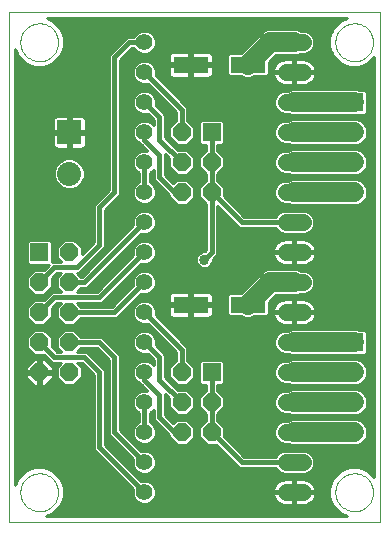
<source format=gtl>
G75*
%MOIN*%
%OFA0B0*%
%FSLAX24Y24*%
%IPPOS*%
%LPD*%
%AMOC8*
5,1,8,0,0,1.08239X$1,22.5*
%
%ADD10C,0.0000*%
%ADD11C,0.0560*%
%ADD12C,0.0560*%
%ADD13R,0.0800X0.0800*%
%ADD14C,0.0800*%
%ADD15R,0.0600X0.0600*%
%ADD16OC8,0.0600*%
%ADD17R,0.1181X0.0551*%
%ADD18C,0.0100*%
%ADD19C,0.0160*%
%ADD20C,0.0337*%
%ADD21C,0.0660*%
D10*
X000650Y000650D02*
X000650Y017646D01*
X013020Y017646D01*
X013020Y000650D01*
X000650Y000650D01*
X001020Y001650D02*
X001022Y001700D01*
X001028Y001750D01*
X001038Y001799D01*
X001052Y001847D01*
X001069Y001894D01*
X001090Y001939D01*
X001115Y001983D01*
X001143Y002024D01*
X001175Y002063D01*
X001209Y002100D01*
X001246Y002134D01*
X001286Y002164D01*
X001328Y002191D01*
X001372Y002215D01*
X001418Y002236D01*
X001465Y002252D01*
X001513Y002265D01*
X001563Y002274D01*
X001612Y002279D01*
X001663Y002280D01*
X001713Y002277D01*
X001762Y002270D01*
X001811Y002259D01*
X001859Y002244D01*
X001905Y002226D01*
X001950Y002204D01*
X001993Y002178D01*
X002034Y002149D01*
X002073Y002117D01*
X002109Y002082D01*
X002141Y002044D01*
X002171Y002004D01*
X002198Y001961D01*
X002221Y001917D01*
X002240Y001871D01*
X002256Y001823D01*
X002268Y001774D01*
X002276Y001725D01*
X002280Y001675D01*
X002280Y001625D01*
X002276Y001575D01*
X002268Y001526D01*
X002256Y001477D01*
X002240Y001429D01*
X002221Y001383D01*
X002198Y001339D01*
X002171Y001296D01*
X002141Y001256D01*
X002109Y001218D01*
X002073Y001183D01*
X002034Y001151D01*
X001993Y001122D01*
X001950Y001096D01*
X001905Y001074D01*
X001859Y001056D01*
X001811Y001041D01*
X001762Y001030D01*
X001713Y001023D01*
X001663Y001020D01*
X001612Y001021D01*
X001563Y001026D01*
X001513Y001035D01*
X001465Y001048D01*
X001418Y001064D01*
X001372Y001085D01*
X001328Y001109D01*
X001286Y001136D01*
X001246Y001166D01*
X001209Y001200D01*
X001175Y001237D01*
X001143Y001276D01*
X001115Y001317D01*
X001090Y001361D01*
X001069Y001406D01*
X001052Y001453D01*
X001038Y001501D01*
X001028Y001550D01*
X001022Y001600D01*
X001020Y001650D01*
X011520Y001650D02*
X011522Y001700D01*
X011528Y001750D01*
X011538Y001799D01*
X011552Y001847D01*
X011569Y001894D01*
X011590Y001939D01*
X011615Y001983D01*
X011643Y002024D01*
X011675Y002063D01*
X011709Y002100D01*
X011746Y002134D01*
X011786Y002164D01*
X011828Y002191D01*
X011872Y002215D01*
X011918Y002236D01*
X011965Y002252D01*
X012013Y002265D01*
X012063Y002274D01*
X012112Y002279D01*
X012163Y002280D01*
X012213Y002277D01*
X012262Y002270D01*
X012311Y002259D01*
X012359Y002244D01*
X012405Y002226D01*
X012450Y002204D01*
X012493Y002178D01*
X012534Y002149D01*
X012573Y002117D01*
X012609Y002082D01*
X012641Y002044D01*
X012671Y002004D01*
X012698Y001961D01*
X012721Y001917D01*
X012740Y001871D01*
X012756Y001823D01*
X012768Y001774D01*
X012776Y001725D01*
X012780Y001675D01*
X012780Y001625D01*
X012776Y001575D01*
X012768Y001526D01*
X012756Y001477D01*
X012740Y001429D01*
X012721Y001383D01*
X012698Y001339D01*
X012671Y001296D01*
X012641Y001256D01*
X012609Y001218D01*
X012573Y001183D01*
X012534Y001151D01*
X012493Y001122D01*
X012450Y001096D01*
X012405Y001074D01*
X012359Y001056D01*
X012311Y001041D01*
X012262Y001030D01*
X012213Y001023D01*
X012163Y001020D01*
X012112Y001021D01*
X012063Y001026D01*
X012013Y001035D01*
X011965Y001048D01*
X011918Y001064D01*
X011872Y001085D01*
X011828Y001109D01*
X011786Y001136D01*
X011746Y001166D01*
X011709Y001200D01*
X011675Y001237D01*
X011643Y001276D01*
X011615Y001317D01*
X011590Y001361D01*
X011569Y001406D01*
X011552Y001453D01*
X011538Y001501D01*
X011528Y001550D01*
X011522Y001600D01*
X011520Y001650D01*
X011520Y016650D02*
X011522Y016700D01*
X011528Y016750D01*
X011538Y016799D01*
X011552Y016847D01*
X011569Y016894D01*
X011590Y016939D01*
X011615Y016983D01*
X011643Y017024D01*
X011675Y017063D01*
X011709Y017100D01*
X011746Y017134D01*
X011786Y017164D01*
X011828Y017191D01*
X011872Y017215D01*
X011918Y017236D01*
X011965Y017252D01*
X012013Y017265D01*
X012063Y017274D01*
X012112Y017279D01*
X012163Y017280D01*
X012213Y017277D01*
X012262Y017270D01*
X012311Y017259D01*
X012359Y017244D01*
X012405Y017226D01*
X012450Y017204D01*
X012493Y017178D01*
X012534Y017149D01*
X012573Y017117D01*
X012609Y017082D01*
X012641Y017044D01*
X012671Y017004D01*
X012698Y016961D01*
X012721Y016917D01*
X012740Y016871D01*
X012756Y016823D01*
X012768Y016774D01*
X012776Y016725D01*
X012780Y016675D01*
X012780Y016625D01*
X012776Y016575D01*
X012768Y016526D01*
X012756Y016477D01*
X012740Y016429D01*
X012721Y016383D01*
X012698Y016339D01*
X012671Y016296D01*
X012641Y016256D01*
X012609Y016218D01*
X012573Y016183D01*
X012534Y016151D01*
X012493Y016122D01*
X012450Y016096D01*
X012405Y016074D01*
X012359Y016056D01*
X012311Y016041D01*
X012262Y016030D01*
X012213Y016023D01*
X012163Y016020D01*
X012112Y016021D01*
X012063Y016026D01*
X012013Y016035D01*
X011965Y016048D01*
X011918Y016064D01*
X011872Y016085D01*
X011828Y016109D01*
X011786Y016136D01*
X011746Y016166D01*
X011709Y016200D01*
X011675Y016237D01*
X011643Y016276D01*
X011615Y016317D01*
X011590Y016361D01*
X011569Y016406D01*
X011552Y016453D01*
X011538Y016501D01*
X011528Y016550D01*
X011522Y016600D01*
X011520Y016650D01*
X001020Y016650D02*
X001022Y016700D01*
X001028Y016750D01*
X001038Y016799D01*
X001052Y016847D01*
X001069Y016894D01*
X001090Y016939D01*
X001115Y016983D01*
X001143Y017024D01*
X001175Y017063D01*
X001209Y017100D01*
X001246Y017134D01*
X001286Y017164D01*
X001328Y017191D01*
X001372Y017215D01*
X001418Y017236D01*
X001465Y017252D01*
X001513Y017265D01*
X001563Y017274D01*
X001612Y017279D01*
X001663Y017280D01*
X001713Y017277D01*
X001762Y017270D01*
X001811Y017259D01*
X001859Y017244D01*
X001905Y017226D01*
X001950Y017204D01*
X001993Y017178D01*
X002034Y017149D01*
X002073Y017117D01*
X002109Y017082D01*
X002141Y017044D01*
X002171Y017004D01*
X002198Y016961D01*
X002221Y016917D01*
X002240Y016871D01*
X002256Y016823D01*
X002268Y016774D01*
X002276Y016725D01*
X002280Y016675D01*
X002280Y016625D01*
X002276Y016575D01*
X002268Y016526D01*
X002256Y016477D01*
X002240Y016429D01*
X002221Y016383D01*
X002198Y016339D01*
X002171Y016296D01*
X002141Y016256D01*
X002109Y016218D01*
X002073Y016183D01*
X002034Y016151D01*
X001993Y016122D01*
X001950Y016096D01*
X001905Y016074D01*
X001859Y016056D01*
X001811Y016041D01*
X001762Y016030D01*
X001713Y016023D01*
X001663Y016020D01*
X001612Y016021D01*
X001563Y016026D01*
X001513Y016035D01*
X001465Y016048D01*
X001418Y016064D01*
X001372Y016085D01*
X001328Y016109D01*
X001286Y016136D01*
X001246Y016166D01*
X001209Y016200D01*
X001175Y016237D01*
X001143Y016276D01*
X001115Y016317D01*
X001090Y016361D01*
X001069Y016406D01*
X001052Y016453D01*
X001038Y016501D01*
X001028Y016550D01*
X001022Y016600D01*
X001020Y016650D01*
D11*
X005150Y016650D03*
X005150Y015650D03*
X005150Y014650D03*
X005150Y013650D03*
X005150Y012650D03*
X005150Y011650D03*
X005150Y010650D03*
X005150Y009650D03*
X005150Y008650D03*
X005150Y007650D03*
X005150Y006650D03*
X005150Y005650D03*
X005150Y004650D03*
X005150Y003650D03*
X005150Y002650D03*
X005150Y001650D03*
D12*
X009870Y001650D02*
X010430Y001650D01*
X010430Y002650D02*
X009870Y002650D01*
X009870Y003650D02*
X010430Y003650D01*
X010430Y004650D02*
X009870Y004650D01*
X009870Y005650D02*
X010430Y005650D01*
X010430Y006650D02*
X009870Y006650D01*
X009870Y007650D02*
X010430Y007650D01*
X010430Y008650D02*
X009870Y008650D01*
X009870Y009650D02*
X010430Y009650D01*
X010430Y010650D02*
X009870Y010650D01*
X009870Y011650D02*
X010430Y011650D01*
X010430Y012650D02*
X009870Y012650D01*
X009870Y013650D02*
X010430Y013650D01*
X010430Y014650D02*
X009870Y014650D01*
X009870Y015650D02*
X010430Y015650D01*
X010430Y016650D02*
X009870Y016650D01*
D13*
X002650Y013650D03*
D14*
X002650Y012272D03*
D15*
X001650Y009650D03*
X007400Y005650D03*
X012150Y006650D03*
X007400Y013650D03*
X012150Y014650D03*
D16*
X012150Y013650D03*
X012150Y012650D03*
X012150Y011650D03*
X012150Y005650D03*
X012150Y004650D03*
X012150Y003650D03*
X007400Y003650D03*
X007400Y004650D03*
X006400Y004650D03*
X006400Y005650D03*
X006400Y003650D03*
X002650Y005650D03*
X002650Y006650D03*
X002650Y007650D03*
X002650Y008650D03*
X002650Y009650D03*
X001650Y008650D03*
X001650Y007650D03*
X001650Y006650D03*
X001650Y005650D03*
X006400Y011650D03*
X006400Y012650D03*
X006400Y013650D03*
X007400Y012650D03*
X007400Y011650D03*
D17*
X006705Y007900D03*
X008595Y007900D03*
X008595Y015900D03*
X006705Y015900D03*
D18*
X006655Y015918D02*
X005434Y015918D01*
X005481Y015871D02*
X005371Y015981D01*
X005228Y016040D01*
X005072Y016040D01*
X004929Y015981D01*
X004819Y015871D01*
X004760Y015728D01*
X004760Y015572D01*
X004819Y015429D01*
X004929Y015319D01*
X005072Y015260D01*
X005228Y015260D01*
X005258Y015273D01*
X006210Y014321D01*
X006210Y014040D01*
X005990Y013820D01*
X005990Y013480D01*
X006230Y013240D01*
X006570Y013240D01*
X006810Y013480D01*
X006810Y013820D01*
X006590Y014040D01*
X006590Y014479D01*
X006479Y014590D01*
X005527Y015542D01*
X005540Y015572D01*
X005540Y015728D01*
X005481Y015871D01*
X005502Y015819D02*
X005965Y015819D01*
X005965Y015850D02*
X005965Y015605D01*
X005975Y015567D01*
X005995Y015532D01*
X006022Y015504D01*
X006057Y015485D01*
X006095Y015474D01*
X006655Y015474D01*
X006655Y015850D01*
X005965Y015850D01*
X005965Y015950D02*
X006655Y015950D01*
X006655Y015850D01*
X006755Y015850D01*
X006755Y015474D01*
X007315Y015474D01*
X007354Y015485D01*
X007388Y015504D01*
X007416Y015532D01*
X007435Y015567D01*
X007446Y015605D01*
X007446Y015850D01*
X006755Y015850D01*
X006755Y015950D01*
X006655Y015950D01*
X006655Y016326D01*
X006095Y016326D01*
X006057Y016315D01*
X006022Y016296D01*
X005995Y016268D01*
X005975Y016233D01*
X005965Y016195D01*
X005965Y015950D01*
X005965Y016016D02*
X005285Y016016D01*
X005228Y016260D02*
X005371Y016319D01*
X005481Y016429D01*
X005540Y016572D01*
X005540Y016728D01*
X005481Y016871D01*
X005371Y016981D01*
X005228Y017040D01*
X005072Y017040D01*
X004929Y016981D01*
X004819Y016871D01*
X004807Y016840D01*
X004571Y016840D01*
X004071Y016340D01*
X003960Y016229D01*
X003960Y011729D01*
X003571Y011340D01*
X003460Y011229D01*
X003460Y009979D01*
X003060Y009579D01*
X003060Y009820D01*
X002820Y010060D01*
X002480Y010060D01*
X002240Y009820D01*
X002240Y009480D01*
X002380Y009340D01*
X002071Y009340D01*
X002060Y009329D01*
X002060Y009996D01*
X001996Y010060D01*
X001304Y010060D01*
X001240Y009996D01*
X001240Y009304D01*
X001304Y009240D01*
X001971Y009240D01*
X001791Y009060D01*
X001480Y009060D01*
X001240Y008820D01*
X001240Y008480D01*
X001480Y008240D01*
X001820Y008240D01*
X002060Y008480D01*
X002060Y008791D01*
X002229Y008960D01*
X002380Y008960D01*
X002240Y008820D01*
X002240Y008480D01*
X002380Y008340D01*
X002071Y008340D01*
X001960Y008229D01*
X001791Y008060D01*
X001480Y008060D01*
X001240Y007820D01*
X001240Y007480D01*
X001480Y007240D01*
X001820Y007240D01*
X002060Y007480D01*
X002060Y007791D01*
X002229Y007960D01*
X002380Y007960D01*
X002240Y007820D01*
X002240Y007480D01*
X002480Y007240D01*
X002820Y007240D01*
X003040Y007460D01*
X004229Y007460D01*
X004340Y007571D01*
X005042Y008273D01*
X005072Y008260D01*
X005228Y008260D01*
X005371Y008319D01*
X005481Y008429D01*
X005540Y008572D01*
X005540Y008728D01*
X005481Y008871D01*
X005371Y008981D01*
X005228Y009040D01*
X005072Y009040D01*
X004929Y008981D01*
X004819Y008871D01*
X004760Y008728D01*
X004760Y008572D01*
X004773Y008542D01*
X004071Y007840D01*
X003040Y007840D01*
X002920Y007960D01*
X003729Y007960D01*
X005042Y009273D01*
X005072Y009260D01*
X005228Y009260D01*
X005371Y009319D01*
X005481Y009429D01*
X005540Y009572D01*
X005540Y009728D01*
X005481Y009871D01*
X005371Y009981D01*
X005228Y010040D01*
X005072Y010040D01*
X004929Y009981D01*
X004819Y009871D01*
X004760Y009728D01*
X004760Y009572D01*
X004773Y009542D01*
X003571Y008340D01*
X002920Y008340D01*
X003040Y008460D01*
X003229Y008460D01*
X005042Y010273D01*
X005072Y010260D01*
X005228Y010260D01*
X005371Y010319D01*
X005481Y010429D01*
X005540Y010572D01*
X005540Y010728D01*
X005481Y010871D01*
X005371Y010981D01*
X005228Y011040D01*
X005072Y011040D01*
X004929Y010981D01*
X004819Y010871D01*
X004760Y010728D01*
X004760Y010572D01*
X004773Y010542D01*
X003071Y008840D01*
X003040Y008840D01*
X002920Y008960D01*
X002979Y008960D01*
X003090Y009071D01*
X003840Y009821D01*
X003840Y011071D01*
X004340Y011571D01*
X004340Y016071D01*
X004729Y016460D01*
X004807Y016460D01*
X004819Y016429D01*
X004929Y016319D01*
X005072Y016260D01*
X005228Y016260D01*
X005352Y016312D02*
X006050Y016312D01*
X005969Y016213D02*
X004482Y016213D01*
X004580Y016312D02*
X004948Y016312D01*
X004838Y016410D02*
X004679Y016410D01*
X004437Y016706D02*
X002480Y016706D01*
X002480Y016804D02*
X004535Y016804D01*
X004338Y016607D02*
X002480Y016607D01*
X002480Y016509D02*
X004240Y016509D01*
X004141Y016410D02*
X002449Y016410D01*
X002480Y016485D02*
X002354Y016180D01*
X002120Y015946D01*
X001815Y015820D01*
X001485Y015820D01*
X001180Y015946D01*
X000946Y016180D01*
X000850Y016413D01*
X000850Y001887D01*
X000946Y002120D01*
X001180Y002354D01*
X001485Y002480D01*
X001815Y002480D01*
X002120Y002354D01*
X002354Y002120D01*
X002480Y001815D01*
X002480Y001485D01*
X002354Y001180D01*
X002120Y000946D01*
X001887Y000850D01*
X011913Y000850D01*
X011680Y000946D01*
X011446Y001180D01*
X011320Y001485D01*
X011320Y001815D01*
X011446Y002120D01*
X011680Y002354D01*
X011985Y002480D01*
X012315Y002480D01*
X012620Y002354D01*
X012820Y002154D01*
X012820Y016146D01*
X012620Y015946D01*
X012315Y015820D01*
X011985Y015820D01*
X011680Y015946D01*
X011446Y016180D01*
X011320Y016485D01*
X011320Y016815D01*
X011446Y017120D01*
X011680Y017354D01*
X011903Y017446D01*
X001897Y017446D01*
X002120Y017354D01*
X002354Y017120D01*
X002480Y016815D01*
X002480Y016485D01*
X002408Y016312D02*
X004043Y016312D01*
X003960Y016213D02*
X002367Y016213D01*
X002288Y016115D02*
X003960Y016115D01*
X003960Y016016D02*
X002190Y016016D01*
X002050Y015918D02*
X003960Y015918D01*
X003960Y015819D02*
X000850Y015819D01*
X000850Y015721D02*
X003960Y015721D01*
X003960Y015622D02*
X000850Y015622D01*
X000850Y015524D02*
X003960Y015524D01*
X003960Y015425D02*
X000850Y015425D01*
X000850Y015327D02*
X003960Y015327D01*
X003960Y015228D02*
X000850Y015228D01*
X000850Y015130D02*
X003960Y015130D01*
X003960Y015031D02*
X000850Y015031D01*
X000850Y014933D02*
X003960Y014933D01*
X003960Y014834D02*
X000850Y014834D01*
X000850Y014736D02*
X003960Y014736D01*
X003960Y014637D02*
X000850Y014637D01*
X000850Y014539D02*
X003960Y014539D01*
X003960Y014440D02*
X000850Y014440D01*
X000850Y014342D02*
X003960Y014342D01*
X003960Y014243D02*
X000850Y014243D01*
X000850Y014145D02*
X002132Y014145D01*
X002130Y014142D02*
X002110Y014108D01*
X002100Y014070D01*
X002100Y013700D01*
X002600Y013700D01*
X002600Y014200D01*
X002230Y014200D01*
X002192Y014190D01*
X002158Y014170D01*
X002130Y014142D01*
X002100Y014046D02*
X000850Y014046D01*
X000850Y013948D02*
X002100Y013948D01*
X002100Y013849D02*
X000850Y013849D01*
X000850Y013751D02*
X002100Y013751D01*
X002100Y013600D02*
X002100Y013230D01*
X002110Y013192D01*
X002130Y013158D01*
X002158Y013130D01*
X002192Y013110D01*
X002230Y013100D01*
X002600Y013100D01*
X002600Y013600D01*
X002700Y013600D01*
X002700Y013700D01*
X002600Y013700D01*
X002600Y013600D01*
X002100Y013600D01*
X002100Y013554D02*
X000850Y013554D01*
X000850Y013652D02*
X002600Y013652D01*
X002600Y013554D02*
X002700Y013554D01*
X002700Y013600D02*
X002700Y013100D01*
X003070Y013100D01*
X003108Y013110D01*
X003142Y013130D01*
X003170Y013158D01*
X003190Y013192D01*
X003200Y013230D01*
X003200Y013600D01*
X002700Y013600D01*
X002700Y013652D02*
X003960Y013652D01*
X003960Y013554D02*
X003200Y013554D01*
X003200Y013455D02*
X003960Y013455D01*
X003960Y013357D02*
X003200Y013357D01*
X003200Y013258D02*
X003960Y013258D01*
X003960Y013160D02*
X003171Y013160D01*
X002939Y012704D02*
X002751Y012782D01*
X002549Y012782D01*
X002361Y012704D01*
X002218Y012561D01*
X002140Y012373D01*
X002140Y012171D01*
X002218Y011983D01*
X002361Y011840D01*
X002549Y011762D01*
X002751Y011762D01*
X002939Y011840D01*
X003082Y011983D01*
X003160Y012171D01*
X003160Y012373D01*
X003082Y012561D01*
X002939Y012704D01*
X002976Y012667D02*
X003960Y012667D01*
X003960Y012569D02*
X003075Y012569D01*
X003120Y012470D02*
X003960Y012470D01*
X003960Y012372D02*
X003160Y012372D01*
X003160Y012273D02*
X003960Y012273D01*
X003960Y012175D02*
X003160Y012175D01*
X003121Y012076D02*
X003960Y012076D01*
X003960Y011978D02*
X003077Y011978D01*
X002978Y011879D02*
X003960Y011879D01*
X003960Y011781D02*
X002796Y011781D01*
X002504Y011781D02*
X000850Y011781D01*
X000850Y011879D02*
X002322Y011879D01*
X002223Y011978D02*
X000850Y011978D01*
X000850Y012076D02*
X002179Y012076D01*
X002140Y012175D02*
X000850Y012175D01*
X000850Y012273D02*
X002140Y012273D01*
X002140Y012372D02*
X000850Y012372D01*
X000850Y012470D02*
X002180Y012470D01*
X002225Y012569D02*
X000850Y012569D01*
X000850Y012667D02*
X002324Y012667D01*
X002509Y012766D02*
X000850Y012766D01*
X000850Y012864D02*
X003960Y012864D01*
X003960Y012766D02*
X002791Y012766D01*
X002700Y013160D02*
X002600Y013160D01*
X002600Y013258D02*
X002700Y013258D01*
X002700Y013357D02*
X002600Y013357D01*
X002600Y013455D02*
X002700Y013455D01*
X002700Y013700D02*
X003200Y013700D01*
X003200Y014070D01*
X003190Y014108D01*
X003170Y014142D01*
X003142Y014170D01*
X003108Y014190D01*
X003070Y014200D01*
X002700Y014200D01*
X002700Y013700D01*
X002700Y013751D02*
X002600Y013751D01*
X002600Y013849D02*
X002700Y013849D01*
X002700Y013948D02*
X002600Y013948D01*
X002600Y014046D02*
X002700Y014046D01*
X002700Y014145D02*
X002600Y014145D01*
X003168Y014145D02*
X003960Y014145D01*
X003960Y014046D02*
X003200Y014046D01*
X003200Y013948D02*
X003960Y013948D01*
X003960Y013849D02*
X003200Y013849D01*
X003200Y013751D02*
X003960Y013751D01*
X004340Y013751D02*
X004770Y013751D01*
X004760Y013728D02*
X004760Y013572D01*
X004819Y013429D01*
X004929Y013319D01*
X004985Y013296D01*
X005071Y013210D01*
X005251Y013030D01*
X005228Y013040D01*
X005072Y013040D01*
X004929Y012981D01*
X004819Y012871D01*
X004760Y012728D01*
X004760Y012572D01*
X004819Y012429D01*
X004929Y012319D01*
X004960Y012307D01*
X004960Y011993D01*
X004929Y011981D01*
X004819Y011871D01*
X004760Y011728D01*
X004760Y011572D01*
X004819Y011429D01*
X004929Y011319D01*
X005072Y011260D01*
X005228Y011260D01*
X005371Y011319D01*
X005481Y011429D01*
X005540Y011572D01*
X005540Y011728D01*
X005481Y011871D01*
X005371Y011981D01*
X005340Y011993D01*
X005340Y012307D01*
X005371Y012319D01*
X005460Y012408D01*
X005460Y012071D01*
X005960Y011571D01*
X005990Y011541D01*
X005990Y011480D01*
X006230Y011240D01*
X006570Y011240D01*
X006810Y011480D01*
X006810Y011820D01*
X006570Y012060D01*
X006230Y012060D01*
X006119Y011949D01*
X005840Y012229D01*
X005840Y012941D01*
X005990Y012791D01*
X005990Y012480D01*
X006230Y012240D01*
X006570Y012240D01*
X006810Y012480D01*
X006810Y012820D01*
X006570Y013060D01*
X006259Y013060D01*
X005840Y013479D01*
X005840Y014229D01*
X005527Y014542D01*
X005540Y014572D01*
X005540Y014728D01*
X005481Y014871D01*
X005371Y014981D01*
X005228Y015040D01*
X005072Y015040D01*
X004929Y014981D01*
X004819Y014871D01*
X004760Y014728D01*
X004760Y014572D01*
X004819Y014429D01*
X004929Y014319D01*
X005072Y014260D01*
X005228Y014260D01*
X005258Y014273D01*
X005460Y014071D01*
X005460Y013892D01*
X005371Y013981D01*
X005228Y014040D01*
X005072Y014040D01*
X004929Y013981D01*
X004819Y013871D01*
X004760Y013728D01*
X004760Y013652D02*
X004340Y013652D01*
X004340Y013554D02*
X004768Y013554D01*
X004809Y013455D02*
X004340Y013455D01*
X004340Y013357D02*
X004892Y013357D01*
X005023Y013258D02*
X004340Y013258D01*
X004340Y013160D02*
X005122Y013160D01*
X005220Y013061D02*
X004340Y013061D01*
X004340Y012963D02*
X004911Y012963D01*
X004817Y012864D02*
X004340Y012864D01*
X004340Y012766D02*
X004776Y012766D01*
X004760Y012667D02*
X004340Y012667D01*
X004340Y012569D02*
X004762Y012569D01*
X004802Y012470D02*
X004340Y012470D01*
X004340Y012372D02*
X004877Y012372D01*
X004960Y012273D02*
X004340Y012273D01*
X004340Y012175D02*
X004960Y012175D01*
X004960Y012076D02*
X004340Y012076D01*
X004340Y011978D02*
X004926Y011978D01*
X004827Y011879D02*
X004340Y011879D01*
X004340Y011781D02*
X004782Y011781D01*
X004760Y011682D02*
X004340Y011682D01*
X004340Y011584D02*
X004760Y011584D01*
X004796Y011485D02*
X004254Y011485D01*
X004155Y011387D02*
X004862Y011387D01*
X005005Y011288D02*
X004057Y011288D01*
X003958Y011190D02*
X007210Y011190D01*
X007210Y011260D02*
X007210Y009729D01*
X007160Y009678D01*
X007095Y009678D01*
X006992Y009636D01*
X006914Y009558D01*
X006872Y009455D01*
X006872Y009345D01*
X006914Y009242D01*
X006992Y009164D01*
X007095Y009122D01*
X007205Y009122D01*
X007308Y009164D01*
X007386Y009242D01*
X007428Y009345D01*
X007428Y009410D01*
X007590Y009571D01*
X007590Y011191D01*
X008321Y010460D01*
X009527Y010460D01*
X009539Y010429D01*
X009649Y010319D01*
X009792Y010260D01*
X010508Y010260D01*
X010651Y010319D01*
X010761Y010429D01*
X010820Y010572D01*
X010820Y010728D01*
X010761Y010871D01*
X010651Y010981D01*
X010508Y011040D01*
X009792Y011040D01*
X009649Y010981D01*
X009539Y010871D01*
X009527Y010840D01*
X008479Y010840D01*
X007810Y011509D01*
X007810Y011820D01*
X007590Y012040D01*
X007590Y012260D01*
X007810Y012480D01*
X007810Y012820D01*
X007590Y013040D01*
X007590Y013240D01*
X007746Y013240D01*
X007810Y013304D01*
X007810Y013996D01*
X007746Y014060D01*
X007054Y014060D01*
X006990Y013996D01*
X006990Y013304D01*
X007054Y013240D01*
X007210Y013240D01*
X007210Y013040D01*
X006990Y012820D01*
X006990Y012480D01*
X007210Y012260D01*
X007210Y012040D01*
X006990Y011820D01*
X006990Y011480D01*
X007210Y011260D01*
X007182Y011288D02*
X006618Y011288D01*
X006716Y011387D02*
X007084Y011387D01*
X006990Y011485D02*
X006810Y011485D01*
X006810Y011584D02*
X006990Y011584D01*
X006990Y011682D02*
X006810Y011682D01*
X006810Y011781D02*
X006990Y011781D01*
X007049Y011879D02*
X006751Y011879D01*
X006652Y011978D02*
X007148Y011978D01*
X007210Y012076D02*
X005993Y012076D01*
X006091Y011978D02*
X006148Y011978D01*
X006197Y012273D02*
X005840Y012273D01*
X005840Y012372D02*
X006099Y012372D01*
X006000Y012470D02*
X005840Y012470D01*
X005840Y012569D02*
X005990Y012569D01*
X005990Y012667D02*
X005840Y012667D01*
X005840Y012766D02*
X005990Y012766D01*
X005917Y012864D02*
X005840Y012864D01*
X006159Y013160D02*
X007210Y013160D01*
X007210Y013061D02*
X006258Y013061D01*
X006212Y013258D02*
X006061Y013258D01*
X006114Y013357D02*
X005962Y013357D01*
X006015Y013455D02*
X005864Y013455D01*
X005840Y013554D02*
X005990Y013554D01*
X005990Y013652D02*
X005840Y013652D01*
X005840Y013751D02*
X005990Y013751D01*
X006019Y013849D02*
X005840Y013849D01*
X005840Y013948D02*
X006118Y013948D01*
X006210Y014046D02*
X005840Y014046D01*
X005840Y014145D02*
X006210Y014145D01*
X006210Y014243D02*
X005826Y014243D01*
X005727Y014342D02*
X006190Y014342D01*
X006091Y014440D02*
X005629Y014440D01*
X005530Y014539D02*
X005993Y014539D01*
X005894Y014637D02*
X005540Y014637D01*
X005537Y014736D02*
X005796Y014736D01*
X005697Y014834D02*
X005496Y014834D01*
X005419Y014933D02*
X005599Y014933D01*
X005500Y015031D02*
X005249Y015031D01*
X005402Y015130D02*
X004340Y015130D01*
X004340Y015228D02*
X005303Y015228D01*
X005051Y015031D02*
X004340Y015031D01*
X004340Y014933D02*
X004881Y014933D01*
X004804Y014834D02*
X004340Y014834D01*
X004340Y014736D02*
X004763Y014736D01*
X004760Y014637D02*
X004340Y014637D01*
X004340Y014539D02*
X004774Y014539D01*
X004815Y014440D02*
X004340Y014440D01*
X004340Y014342D02*
X004907Y014342D01*
X004896Y013948D02*
X004340Y013948D01*
X004340Y014046D02*
X005460Y014046D01*
X005460Y013948D02*
X005404Y013948D01*
X005387Y014145D02*
X004340Y014145D01*
X004340Y014243D02*
X005288Y014243D01*
X004810Y013849D02*
X004340Y013849D01*
X003960Y013061D02*
X000850Y013061D01*
X000850Y012963D02*
X003960Y012963D01*
X003913Y011682D02*
X000850Y011682D01*
X000850Y011584D02*
X003815Y011584D01*
X003716Y011485D02*
X000850Y011485D01*
X000850Y011387D02*
X003618Y011387D01*
X003519Y011288D02*
X000850Y011288D01*
X000850Y011190D02*
X003460Y011190D01*
X003460Y011091D02*
X000850Y011091D01*
X000850Y010993D02*
X003460Y010993D01*
X003460Y010894D02*
X000850Y010894D01*
X000850Y010796D02*
X003460Y010796D01*
X003460Y010697D02*
X000850Y010697D01*
X000850Y010599D02*
X003460Y010599D01*
X003460Y010500D02*
X000850Y010500D01*
X000850Y010402D02*
X003460Y010402D01*
X003460Y010303D02*
X000850Y010303D01*
X000850Y010205D02*
X003460Y010205D01*
X003460Y010106D02*
X000850Y010106D01*
X000850Y010008D02*
X001252Y010008D01*
X001240Y009909D02*
X000850Y009909D01*
X000850Y009811D02*
X001240Y009811D01*
X001240Y009712D02*
X000850Y009712D01*
X000850Y009614D02*
X001240Y009614D01*
X001240Y009515D02*
X000850Y009515D01*
X000850Y009417D02*
X001240Y009417D01*
X001240Y009318D02*
X000850Y009318D01*
X000850Y009220D02*
X001951Y009220D01*
X001852Y009121D02*
X000850Y009121D01*
X000850Y009023D02*
X001443Y009023D01*
X001344Y008924D02*
X000850Y008924D01*
X000850Y008826D02*
X001246Y008826D01*
X001240Y008727D02*
X000850Y008727D01*
X000850Y008629D02*
X001240Y008629D01*
X001240Y008530D02*
X000850Y008530D01*
X000850Y008432D02*
X001289Y008432D01*
X001387Y008333D02*
X000850Y008333D01*
X000850Y008235D02*
X001966Y008235D01*
X001913Y008333D02*
X002064Y008333D01*
X002011Y008432D02*
X002289Y008432D01*
X002240Y008530D02*
X002060Y008530D01*
X002060Y008629D02*
X002240Y008629D01*
X002240Y008727D02*
X002060Y008727D01*
X002094Y008826D02*
X002246Y008826D01*
X002193Y008924D02*
X002344Y008924D01*
X002304Y009417D02*
X002060Y009417D01*
X002060Y009515D02*
X002240Y009515D01*
X002240Y009614D02*
X002060Y009614D01*
X002060Y009712D02*
X002240Y009712D01*
X002240Y009811D02*
X002060Y009811D01*
X002060Y009909D02*
X002329Y009909D01*
X002428Y010008D02*
X002048Y010008D01*
X002872Y010008D02*
X003460Y010008D01*
X003390Y009909D02*
X002971Y009909D01*
X003060Y009811D02*
X003292Y009811D01*
X003193Y009712D02*
X003060Y009712D01*
X003060Y009614D02*
X003095Y009614D01*
X003337Y009318D02*
X003549Y009318D01*
X003451Y009220D02*
X003238Y009220D01*
X003140Y009121D02*
X003352Y009121D01*
X003254Y009023D02*
X003041Y009023D01*
X002956Y008924D02*
X003155Y008924D01*
X003397Y008629D02*
X003860Y008629D01*
X003958Y008727D02*
X003496Y008727D01*
X003594Y008826D02*
X004057Y008826D01*
X004155Y008924D02*
X003693Y008924D01*
X003791Y009023D02*
X004254Y009023D01*
X004352Y009121D02*
X003890Y009121D01*
X003988Y009220D02*
X004451Y009220D01*
X004549Y009318D02*
X004087Y009318D01*
X004185Y009417D02*
X004648Y009417D01*
X004746Y009515D02*
X004284Y009515D01*
X004382Y009614D02*
X004760Y009614D01*
X004760Y009712D02*
X004481Y009712D01*
X004579Y009811D02*
X004794Y009811D01*
X004857Y009909D02*
X004678Y009909D01*
X004776Y010008D02*
X004994Y010008D01*
X004875Y010106D02*
X007210Y010106D01*
X007210Y010008D02*
X005306Y010008D01*
X005443Y009909D02*
X007210Y009909D01*
X007210Y009811D02*
X005506Y009811D01*
X005540Y009712D02*
X007193Y009712D01*
X006970Y009614D02*
X005540Y009614D01*
X005516Y009515D02*
X006896Y009515D01*
X006872Y009417D02*
X005468Y009417D01*
X005368Y009318D02*
X006883Y009318D01*
X006937Y009220D02*
X004988Y009220D01*
X004890Y009121D02*
X012820Y009121D01*
X012820Y009023D02*
X010550Y009023D01*
X010508Y009040D02*
X010651Y008981D01*
X010761Y008871D01*
X010820Y008728D01*
X010820Y008572D01*
X010761Y008429D01*
X010651Y008319D01*
X010508Y008260D01*
X010358Y008260D01*
X010238Y008210D01*
X009527Y008210D01*
X009295Y007978D01*
X009295Y007579D01*
X009231Y007514D01*
X008814Y007514D01*
X008682Y007460D01*
X008507Y007460D01*
X008376Y007514D01*
X007959Y007514D01*
X007894Y007579D01*
X007894Y008221D01*
X007959Y008286D01*
X008358Y008286D01*
X008972Y008899D01*
X009096Y009023D01*
X009257Y009090D01*
X010238Y009090D01*
X010358Y009040D01*
X010508Y009040D01*
X010464Y009220D02*
X010531Y009231D01*
X010595Y009252D01*
X010655Y009282D01*
X010710Y009322D01*
X010758Y009370D01*
X010798Y009425D01*
X010828Y009485D01*
X010849Y009549D01*
X010860Y009616D01*
X010860Y009621D01*
X010179Y009621D01*
X010179Y009679D01*
X010121Y009679D01*
X010121Y010080D01*
X009836Y010080D01*
X009769Y010069D01*
X009705Y010048D01*
X009645Y010018D01*
X009590Y009978D01*
X009542Y009930D01*
X009502Y009875D01*
X009472Y009815D01*
X009451Y009751D01*
X009440Y009684D01*
X009440Y009679D01*
X010121Y009679D01*
X010121Y009621D01*
X010179Y009621D01*
X010179Y009220D01*
X010464Y009220D01*
X010705Y009318D02*
X012820Y009318D01*
X012820Y009220D02*
X007363Y009220D01*
X007417Y009318D02*
X009595Y009318D01*
X009590Y009322D02*
X009645Y009282D01*
X009705Y009252D01*
X009769Y009231D01*
X009836Y009220D01*
X010121Y009220D01*
X010121Y009621D01*
X009440Y009621D01*
X009440Y009616D01*
X009451Y009549D01*
X009472Y009485D01*
X009502Y009425D01*
X009542Y009370D01*
X009590Y009322D01*
X009508Y009417D02*
X007435Y009417D01*
X007534Y009515D02*
X009462Y009515D01*
X009440Y009614D02*
X007590Y009614D01*
X007590Y009712D02*
X009444Y009712D01*
X009470Y009811D02*
X007590Y009811D01*
X007590Y009909D02*
X009527Y009909D01*
X009631Y010008D02*
X007590Y010008D01*
X007590Y010106D02*
X012820Y010106D01*
X012820Y010008D02*
X010669Y010008D01*
X010655Y010018D02*
X010595Y010048D01*
X010531Y010069D01*
X010464Y010080D01*
X010179Y010080D01*
X010179Y009679D01*
X010860Y009679D01*
X010860Y009684D01*
X010849Y009751D01*
X010828Y009815D01*
X010798Y009875D01*
X010758Y009930D01*
X010710Y009978D01*
X010655Y010018D01*
X010773Y009909D02*
X012820Y009909D01*
X012820Y009811D02*
X010830Y009811D01*
X010856Y009712D02*
X012820Y009712D01*
X012820Y009614D02*
X010860Y009614D01*
X010838Y009515D02*
X012820Y009515D01*
X012820Y009417D02*
X010792Y009417D01*
X010708Y008924D02*
X012820Y008924D01*
X012820Y008826D02*
X010779Y008826D01*
X010820Y008727D02*
X012820Y008727D01*
X012820Y008629D02*
X010820Y008629D01*
X010802Y008530D02*
X012820Y008530D01*
X012820Y008432D02*
X010762Y008432D01*
X010665Y008333D02*
X012820Y008333D01*
X012820Y008235D02*
X010297Y008235D01*
X010179Y008080D02*
X010179Y007679D01*
X010121Y007679D01*
X010121Y008080D01*
X009836Y008080D01*
X009769Y008069D01*
X009705Y008048D01*
X009645Y008018D01*
X009590Y007978D01*
X009542Y007930D01*
X009502Y007875D01*
X009472Y007815D01*
X009451Y007751D01*
X009440Y007684D01*
X009440Y007679D01*
X010121Y007679D01*
X010121Y007621D01*
X010179Y007621D01*
X010179Y007679D01*
X010860Y007679D01*
X010860Y007684D01*
X010849Y007751D01*
X010828Y007815D01*
X010798Y007875D01*
X010758Y007930D01*
X010710Y007978D01*
X010655Y008018D01*
X010595Y008048D01*
X010531Y008069D01*
X010464Y008080D01*
X010179Y008080D01*
X010179Y008038D02*
X010121Y008038D01*
X010121Y007939D02*
X010179Y007939D01*
X010179Y007841D02*
X010121Y007841D01*
X010121Y007742D02*
X010179Y007742D01*
X010179Y007644D02*
X012820Y007644D01*
X012820Y007742D02*
X010851Y007742D01*
X010816Y007841D02*
X012820Y007841D01*
X012820Y007939D02*
X010749Y007939D01*
X010617Y008038D02*
X012820Y008038D01*
X012820Y008136D02*
X009453Y008136D01*
X009355Y008038D02*
X009683Y008038D01*
X009551Y007939D02*
X009295Y007939D01*
X009295Y007841D02*
X009484Y007841D01*
X009449Y007742D02*
X009295Y007742D01*
X009295Y007644D02*
X010121Y007644D01*
X010121Y007621D02*
X009440Y007621D01*
X009440Y007616D01*
X009451Y007549D01*
X009472Y007485D01*
X009502Y007425D01*
X009542Y007370D01*
X009590Y007322D01*
X009645Y007282D01*
X009705Y007252D01*
X009769Y007231D01*
X009836Y007220D01*
X010121Y007220D01*
X010121Y007621D01*
X010179Y007621D02*
X010179Y007220D01*
X010464Y007220D01*
X010531Y007231D01*
X010595Y007252D01*
X010655Y007282D01*
X010710Y007322D01*
X010758Y007370D01*
X010798Y007425D01*
X010828Y007485D01*
X010849Y007549D01*
X010860Y007616D01*
X010860Y007621D01*
X010179Y007621D01*
X010179Y007545D02*
X010121Y007545D01*
X010121Y007447D02*
X010179Y007447D01*
X010179Y007348D02*
X010121Y007348D01*
X010121Y007250D02*
X010179Y007250D01*
X010062Y007090D02*
X009942Y007040D01*
X009792Y007040D01*
X009649Y006981D01*
X009539Y006871D01*
X009480Y006728D01*
X009480Y006572D01*
X009539Y006429D01*
X009649Y006319D01*
X009792Y006260D01*
X009942Y006260D01*
X010062Y006210D01*
X012238Y006210D01*
X012310Y006240D01*
X012496Y006240D01*
X012560Y006304D01*
X012560Y006490D01*
X012590Y006562D01*
X012590Y006738D01*
X012560Y006810D01*
X012560Y006996D01*
X012496Y007060D01*
X012310Y007060D01*
X012238Y007090D01*
X010062Y007090D01*
X009972Y007053D02*
X006016Y007053D01*
X005918Y007151D02*
X012820Y007151D01*
X012820Y007053D02*
X012503Y007053D01*
X012560Y006954D02*
X012820Y006954D01*
X012820Y006856D02*
X012560Y006856D01*
X012582Y006757D02*
X012820Y006757D01*
X012820Y006659D02*
X012590Y006659D01*
X012589Y006560D02*
X012820Y006560D01*
X012820Y006462D02*
X012560Y006462D01*
X012560Y006363D02*
X012820Y006363D01*
X012820Y006265D02*
X012520Y006265D01*
X012399Y006023D02*
X012327Y006053D01*
X012320Y006060D01*
X012310Y006060D01*
X012238Y006090D01*
X010062Y006090D01*
X009942Y006040D01*
X009792Y006040D01*
X009649Y005981D01*
X009539Y005871D01*
X009480Y005728D01*
X009480Y005572D01*
X009539Y005429D01*
X009649Y005319D01*
X009792Y005260D01*
X009942Y005260D01*
X010062Y005210D01*
X012238Y005210D01*
X012310Y005240D01*
X012320Y005240D01*
X012327Y005247D01*
X012399Y005277D01*
X012523Y005401D01*
X012553Y005473D01*
X012560Y005480D01*
X012560Y005490D01*
X012590Y005562D01*
X012590Y005738D01*
X012560Y005810D01*
X012560Y005820D01*
X012553Y005827D01*
X012523Y005899D01*
X012399Y006023D01*
X012453Y005969D02*
X012820Y005969D01*
X012820Y005871D02*
X012535Y005871D01*
X012576Y005772D02*
X012820Y005772D01*
X012820Y005674D02*
X012590Y005674D01*
X012590Y005575D02*
X012820Y005575D01*
X012820Y005477D02*
X012556Y005477D01*
X012500Y005378D02*
X012820Y005378D01*
X012820Y005280D02*
X012402Y005280D01*
X012320Y005060D02*
X012310Y005060D01*
X012238Y005090D01*
X010062Y005090D01*
X009942Y005040D01*
X009792Y005040D01*
X009649Y004981D01*
X009539Y004871D01*
X009480Y004728D01*
X009480Y004572D01*
X009539Y004429D01*
X009649Y004319D01*
X009792Y004260D01*
X009942Y004260D01*
X010062Y004210D01*
X012238Y004210D01*
X012310Y004240D01*
X012320Y004240D01*
X012327Y004247D01*
X012399Y004277D01*
X012523Y004401D01*
X012553Y004473D01*
X012560Y004480D01*
X012560Y004490D01*
X012590Y004562D01*
X012590Y004738D01*
X012560Y004810D01*
X012560Y004820D01*
X012553Y004827D01*
X012523Y004899D01*
X012399Y005023D01*
X012327Y005053D01*
X012320Y005060D01*
X012256Y005083D02*
X012820Y005083D01*
X012820Y005181D02*
X007590Y005181D01*
X007590Y005240D02*
X007746Y005240D01*
X007810Y005304D01*
X007810Y005996D01*
X007746Y006060D01*
X007054Y006060D01*
X006990Y005996D01*
X006990Y005304D01*
X007054Y005240D01*
X007210Y005240D01*
X007210Y005040D01*
X006990Y004820D01*
X006990Y004480D01*
X007210Y004260D01*
X007210Y004040D01*
X006990Y003820D01*
X006990Y003480D01*
X007230Y003240D01*
X007541Y003240D01*
X008321Y002460D01*
X009527Y002460D01*
X009539Y002429D01*
X009649Y002319D01*
X009792Y002260D01*
X010508Y002260D01*
X010651Y002319D01*
X010761Y002429D01*
X010820Y002572D01*
X010820Y002728D01*
X010761Y002871D01*
X010651Y002981D01*
X010508Y003040D01*
X009792Y003040D01*
X009649Y002981D01*
X009539Y002871D01*
X009527Y002840D01*
X008479Y002840D01*
X007810Y003509D01*
X007810Y003820D01*
X007590Y004040D01*
X007590Y004260D01*
X007810Y004480D01*
X007810Y004820D01*
X007590Y005040D01*
X007590Y005240D01*
X007590Y005083D02*
X010044Y005083D01*
X009745Y005280D02*
X007785Y005280D01*
X007810Y005378D02*
X009590Y005378D01*
X009520Y005477D02*
X007810Y005477D01*
X007810Y005575D02*
X009480Y005575D01*
X009480Y005674D02*
X007810Y005674D01*
X007810Y005772D02*
X009498Y005772D01*
X009539Y005871D02*
X007810Y005871D01*
X007810Y005969D02*
X009637Y005969D01*
X009782Y006265D02*
X006590Y006265D01*
X006590Y006363D02*
X009605Y006363D01*
X009526Y006462D02*
X006590Y006462D01*
X006590Y006479D02*
X006479Y006590D01*
X005527Y007542D01*
X005540Y007572D01*
X005540Y007728D01*
X005481Y007871D01*
X005371Y007981D01*
X005228Y008040D01*
X005072Y008040D01*
X004929Y007981D01*
X004819Y007871D01*
X004760Y007728D01*
X004760Y007572D01*
X004819Y007429D01*
X004929Y007319D01*
X005072Y007260D01*
X005228Y007260D01*
X005258Y007273D01*
X006210Y006321D01*
X006210Y006040D01*
X005990Y005820D01*
X005990Y005480D01*
X006230Y005240D01*
X006570Y005240D01*
X006810Y005480D01*
X006810Y005820D01*
X006590Y006040D01*
X006590Y006479D01*
X006509Y006560D02*
X009485Y006560D01*
X009480Y006659D02*
X006410Y006659D01*
X006312Y006757D02*
X009492Y006757D01*
X009533Y006856D02*
X006213Y006856D01*
X006115Y006954D02*
X009622Y006954D01*
X009711Y007250D02*
X005819Y007250D01*
X005721Y007348D02*
X009564Y007348D01*
X009491Y007447D02*
X005622Y007447D01*
X005529Y007545D02*
X005987Y007545D01*
X005995Y007532D02*
X006022Y007504D01*
X006057Y007485D01*
X006095Y007474D01*
X006655Y007474D01*
X006655Y007850D01*
X005965Y007850D01*
X005965Y007605D01*
X005975Y007567D01*
X005995Y007532D01*
X005965Y007644D02*
X005540Y007644D01*
X005534Y007742D02*
X005965Y007742D01*
X005965Y007841D02*
X005493Y007841D01*
X005413Y007939D02*
X006655Y007939D01*
X006655Y007950D02*
X006655Y007850D01*
X006755Y007850D01*
X006755Y007474D01*
X007315Y007474D01*
X007354Y007485D01*
X007388Y007504D01*
X007416Y007532D01*
X007435Y007567D01*
X007446Y007605D01*
X007446Y007850D01*
X006755Y007850D01*
X006755Y007950D01*
X006655Y007950D01*
X005965Y007950D01*
X005965Y008195D01*
X005975Y008233D01*
X005995Y008268D01*
X006022Y008296D01*
X006057Y008315D01*
X006095Y008326D01*
X006655Y008326D01*
X006655Y007950D01*
X006655Y008038D02*
X006755Y008038D01*
X006755Y007950D02*
X006755Y008326D01*
X007315Y008326D01*
X007354Y008315D01*
X007388Y008296D01*
X007416Y008268D01*
X007435Y008233D01*
X007446Y008195D01*
X007446Y007950D01*
X006755Y007950D01*
X006755Y007939D02*
X007894Y007939D01*
X007894Y007841D02*
X007446Y007841D01*
X007446Y007742D02*
X007894Y007742D01*
X007894Y007644D02*
X007446Y007644D01*
X007423Y007545D02*
X007928Y007545D01*
X007894Y008038D02*
X007446Y008038D01*
X007446Y008136D02*
X007894Y008136D01*
X007908Y008235D02*
X007435Y008235D01*
X006755Y008235D02*
X006655Y008235D01*
X006655Y008136D02*
X006755Y008136D01*
X006755Y007841D02*
X006655Y007841D01*
X006655Y007742D02*
X006755Y007742D01*
X006755Y007644D02*
X006655Y007644D01*
X006655Y007545D02*
X006755Y007545D01*
X005965Y008038D02*
X005234Y008038D01*
X005066Y008038D02*
X004806Y008038D01*
X004887Y007939D02*
X004708Y007939D01*
X004609Y007841D02*
X004807Y007841D01*
X004766Y007742D02*
X004511Y007742D01*
X004412Y007644D02*
X004760Y007644D01*
X004771Y007545D02*
X004314Y007545D01*
X004072Y007841D02*
X003039Y007841D01*
X002941Y007939D02*
X004170Y007939D01*
X004269Y008038D02*
X003806Y008038D01*
X003905Y008136D02*
X004367Y008136D01*
X004466Y008235D02*
X004003Y008235D01*
X004102Y008333D02*
X004564Y008333D01*
X004663Y008432D02*
X004200Y008432D01*
X004299Y008530D02*
X004761Y008530D01*
X004760Y008629D02*
X004397Y008629D01*
X004496Y008727D02*
X004760Y008727D01*
X004801Y008826D02*
X004594Y008826D01*
X004693Y008924D02*
X004872Y008924D01*
X004791Y009023D02*
X005030Y009023D01*
X005270Y009023D02*
X009095Y009023D01*
X008997Y008924D02*
X005428Y008924D01*
X005499Y008826D02*
X008898Y008826D01*
X008800Y008727D02*
X005540Y008727D01*
X005540Y008629D02*
X008701Y008629D01*
X008603Y008530D02*
X005522Y008530D01*
X005482Y008432D02*
X008504Y008432D01*
X008406Y008333D02*
X005385Y008333D01*
X005003Y008235D02*
X005975Y008235D01*
X005965Y008136D02*
X004905Y008136D01*
X004812Y007447D02*
X003026Y007447D01*
X002928Y007348D02*
X004900Y007348D01*
X005072Y007040D02*
X004929Y006981D01*
X004819Y006871D01*
X004760Y006728D01*
X004760Y006572D01*
X004819Y006429D01*
X004929Y006319D01*
X005072Y006260D01*
X005228Y006260D01*
X005258Y006273D01*
X005460Y006071D01*
X005460Y005892D01*
X005371Y005981D01*
X005228Y006040D01*
X005072Y006040D01*
X004929Y005981D01*
X004819Y005871D01*
X004760Y005728D01*
X004760Y005572D01*
X004819Y005429D01*
X004929Y005319D01*
X004985Y005296D01*
X005071Y005210D01*
X005251Y005030D01*
X005228Y005040D01*
X005072Y005040D01*
X004929Y004981D01*
X004819Y004871D01*
X004760Y004728D01*
X004760Y004572D01*
X004819Y004429D01*
X004929Y004319D01*
X004960Y004307D01*
X004960Y003993D01*
X004929Y003981D01*
X004819Y003871D01*
X004760Y003728D01*
X004760Y003572D01*
X004819Y003429D01*
X004929Y003319D01*
X005072Y003260D01*
X005228Y003260D01*
X005371Y003319D01*
X005481Y003429D01*
X005540Y003572D01*
X005540Y003728D01*
X005481Y003871D01*
X005371Y003981D01*
X005340Y003993D01*
X005340Y004307D01*
X005371Y004319D01*
X005460Y004408D01*
X005460Y004071D01*
X005960Y003571D01*
X005990Y003541D01*
X005990Y003480D01*
X006230Y003240D01*
X006570Y003240D01*
X006810Y003480D01*
X006810Y003820D01*
X006570Y004060D01*
X006230Y004060D01*
X006119Y003949D01*
X005840Y004229D01*
X005840Y004941D01*
X005990Y004791D01*
X005990Y004480D01*
X006230Y004240D01*
X006570Y004240D01*
X006810Y004480D01*
X006810Y004820D01*
X006570Y005060D01*
X006259Y005060D01*
X005840Y005479D01*
X005840Y006229D01*
X005527Y006542D01*
X005540Y006572D01*
X005540Y006728D01*
X005481Y006871D01*
X005371Y006981D01*
X005228Y007040D01*
X005072Y007040D01*
X004902Y006954D02*
X002926Y006954D01*
X003024Y006856D02*
X004813Y006856D01*
X004772Y006757D02*
X003812Y006757D01*
X003840Y006729D02*
X003729Y006840D01*
X003040Y006840D01*
X002820Y007060D01*
X002480Y007060D01*
X002240Y006820D01*
X002240Y006480D01*
X002380Y006340D01*
X002229Y006340D01*
X002060Y006509D01*
X002060Y006820D01*
X001820Y007060D01*
X001480Y007060D01*
X001240Y006820D01*
X001240Y006480D01*
X001480Y006240D01*
X001791Y006240D01*
X001960Y006071D01*
X002071Y005960D01*
X002380Y005960D01*
X002240Y005820D01*
X002240Y005480D01*
X002480Y005240D01*
X002820Y005240D01*
X003060Y005480D01*
X003060Y005820D01*
X002920Y005960D01*
X003071Y005960D01*
X003460Y005571D01*
X003460Y003071D01*
X004773Y001758D01*
X004760Y001728D01*
X004760Y001572D01*
X004819Y001429D01*
X004929Y001319D01*
X005072Y001260D01*
X005228Y001260D01*
X005371Y001319D01*
X005481Y001429D01*
X005540Y001572D01*
X005540Y001728D01*
X005481Y001871D01*
X005371Y001981D01*
X005228Y002040D01*
X005072Y002040D01*
X005042Y002027D01*
X003840Y003229D01*
X003840Y005729D01*
X003729Y005840D01*
X003229Y006340D01*
X002920Y006340D01*
X003040Y006460D01*
X003571Y006460D01*
X003960Y006071D01*
X003960Y003571D01*
X004071Y003460D01*
X004773Y002758D01*
X004760Y002728D01*
X004760Y002572D01*
X004819Y002429D01*
X004929Y002319D01*
X005072Y002260D01*
X005228Y002260D01*
X005371Y002319D01*
X005481Y002429D01*
X005540Y002572D01*
X005540Y002728D01*
X005481Y002871D01*
X005371Y002981D01*
X005228Y003040D01*
X005072Y003040D01*
X005042Y003027D01*
X004340Y003729D01*
X004340Y006229D01*
X003840Y006729D01*
X003910Y006659D02*
X004760Y006659D01*
X004765Y006560D02*
X004009Y006560D01*
X004107Y006462D02*
X004806Y006462D01*
X004885Y006363D02*
X004206Y006363D01*
X004304Y006265D02*
X005062Y006265D01*
X005238Y006265D02*
X005267Y006265D01*
X005365Y006166D02*
X004340Y006166D01*
X004340Y006068D02*
X005460Y006068D01*
X005460Y005969D02*
X005383Y005969D01*
X005706Y006363D02*
X006168Y006363D01*
X006210Y006265D02*
X005804Y006265D01*
X005840Y006166D02*
X006210Y006166D01*
X006210Y006068D02*
X005840Y006068D01*
X005840Y005969D02*
X006139Y005969D01*
X006041Y005871D02*
X005840Y005871D01*
X005840Y005772D02*
X005990Y005772D01*
X005990Y005674D02*
X005840Y005674D01*
X005840Y005575D02*
X005990Y005575D01*
X005994Y005477D02*
X005842Y005477D01*
X005941Y005378D02*
X006092Y005378D01*
X006039Y005280D02*
X006191Y005280D01*
X006138Y005181D02*
X007210Y005181D01*
X007210Y005083D02*
X006236Y005083D01*
X005990Y004787D02*
X005840Y004787D01*
X005840Y004689D02*
X005990Y004689D01*
X005990Y004590D02*
X005840Y004590D01*
X005840Y004492D02*
X005990Y004492D01*
X006077Y004393D02*
X005840Y004393D01*
X005840Y004295D02*
X006176Y004295D01*
X005971Y004098D02*
X007210Y004098D01*
X007210Y004196D02*
X005873Y004196D01*
X006070Y003999D02*
X006169Y003999D01*
X005828Y003704D02*
X005540Y003704D01*
X005540Y003605D02*
X005926Y003605D01*
X005990Y003507D02*
X005513Y003507D01*
X005460Y003408D02*
X006062Y003408D01*
X006161Y003310D02*
X005347Y003310D01*
X005290Y003014D02*
X007767Y003014D01*
X007669Y003113D02*
X004956Y003113D01*
X004858Y003211D02*
X007570Y003211D01*
X007812Y003507D02*
X009507Y003507D01*
X009480Y003572D02*
X009539Y003429D01*
X009649Y003319D01*
X009792Y003260D01*
X009942Y003260D01*
X010062Y003210D01*
X012238Y003210D01*
X012310Y003240D01*
X012320Y003240D01*
X012327Y003247D01*
X012399Y003277D01*
X012523Y003401D01*
X012553Y003473D01*
X012560Y003480D01*
X012560Y003490D01*
X012590Y003562D01*
X012590Y003738D01*
X012560Y003810D01*
X012560Y003820D01*
X012553Y003827D01*
X012523Y003899D01*
X012399Y004023D01*
X012327Y004053D01*
X012320Y004060D01*
X012310Y004060D01*
X012238Y004090D01*
X010062Y004090D01*
X009942Y004040D01*
X009792Y004040D01*
X009649Y003981D01*
X009539Y003871D01*
X009480Y003728D01*
X009480Y003572D01*
X009480Y003605D02*
X007810Y003605D01*
X007810Y003704D02*
X009480Y003704D01*
X009511Y003802D02*
X007810Y003802D01*
X007729Y003901D02*
X009569Y003901D01*
X009693Y003999D02*
X007631Y003999D01*
X007590Y004098D02*
X012820Y004098D01*
X012820Y004196D02*
X007590Y004196D01*
X007624Y004295D02*
X009709Y004295D01*
X009575Y004393D02*
X007723Y004393D01*
X007810Y004492D02*
X009514Y004492D01*
X009480Y004590D02*
X007810Y004590D01*
X007810Y004689D02*
X009480Y004689D01*
X009505Y004787D02*
X007810Y004787D01*
X007744Y004886D02*
X009554Y004886D01*
X009657Y004984D02*
X007646Y004984D01*
X007154Y004984D02*
X006646Y004984D01*
X006744Y004886D02*
X007056Y004886D01*
X006990Y004787D02*
X006810Y004787D01*
X006810Y004689D02*
X006990Y004689D01*
X006990Y004590D02*
X006810Y004590D01*
X006810Y004492D02*
X006990Y004492D01*
X007077Y004393D02*
X006723Y004393D01*
X006624Y004295D02*
X007176Y004295D01*
X007169Y003999D02*
X006631Y003999D01*
X006729Y003901D02*
X007071Y003901D01*
X006990Y003802D02*
X006810Y003802D01*
X006810Y003704D02*
X006990Y003704D01*
X006990Y003605D02*
X006810Y003605D01*
X006810Y003507D02*
X006990Y003507D01*
X007062Y003408D02*
X006738Y003408D01*
X006639Y003310D02*
X007161Y003310D01*
X007866Y002916D02*
X005436Y002916D01*
X005503Y002817D02*
X007964Y002817D01*
X008063Y002719D02*
X005540Y002719D01*
X005540Y002620D02*
X008161Y002620D01*
X008260Y002522D02*
X005519Y002522D01*
X005475Y002423D02*
X009545Y002423D01*
X009644Y002325D02*
X005376Y002325D01*
X005254Y002029D02*
X009667Y002029D01*
X009645Y002018D02*
X009705Y002048D01*
X009769Y002069D01*
X009836Y002080D01*
X010121Y002080D01*
X010121Y001679D01*
X010179Y001679D01*
X010179Y002080D01*
X010464Y002080D01*
X010531Y002069D01*
X010595Y002048D01*
X010655Y002018D01*
X010710Y001978D01*
X010758Y001930D01*
X010798Y001875D01*
X010828Y001815D01*
X010849Y001751D01*
X010860Y001684D01*
X010860Y001679D01*
X010179Y001679D01*
X010179Y001621D01*
X010860Y001621D01*
X010860Y001616D01*
X010849Y001549D01*
X010828Y001485D01*
X010798Y001425D01*
X010758Y001370D01*
X010710Y001322D01*
X010655Y001282D01*
X010595Y001252D01*
X010531Y001231D01*
X010464Y001220D01*
X010179Y001220D01*
X010179Y001621D01*
X010121Y001621D01*
X010121Y001220D01*
X009836Y001220D01*
X009769Y001231D01*
X009705Y001252D01*
X009645Y001282D01*
X009590Y001322D01*
X009542Y001370D01*
X009502Y001425D01*
X009472Y001485D01*
X009451Y001549D01*
X009440Y001616D01*
X009440Y001621D01*
X010121Y001621D01*
X010121Y001679D01*
X009440Y001679D01*
X009440Y001684D01*
X009451Y001751D01*
X009472Y001815D01*
X009502Y001875D01*
X009542Y001930D01*
X009590Y001978D01*
X009645Y002018D01*
X009542Y001931D02*
X005421Y001931D01*
X005497Y001832D02*
X009480Y001832D01*
X009448Y001734D02*
X005538Y001734D01*
X005540Y001635D02*
X010121Y001635D01*
X010179Y001635D02*
X011320Y001635D01*
X011320Y001537D02*
X010845Y001537D01*
X010805Y001438D02*
X011340Y001438D01*
X011380Y001340D02*
X010728Y001340D01*
X010563Y001241D02*
X011421Y001241D01*
X011484Y001143D02*
X002316Y001143D01*
X002379Y001241D02*
X009737Y001241D01*
X009572Y001340D02*
X005391Y001340D01*
X005484Y001438D02*
X009495Y001438D01*
X009455Y001537D02*
X005525Y001537D01*
X005046Y002029D02*
X005040Y002029D01*
X004941Y002128D02*
X011454Y002128D01*
X011409Y002029D02*
X010633Y002029D01*
X010758Y001931D02*
X011368Y001931D01*
X011327Y001832D02*
X010820Y001832D01*
X010852Y001734D02*
X011320Y001734D01*
X011552Y002226D02*
X004843Y002226D01*
X004924Y002325D02*
X004744Y002325D01*
X004825Y002423D02*
X004646Y002423D01*
X004547Y002522D02*
X004781Y002522D01*
X004760Y002620D02*
X004449Y002620D01*
X004350Y002719D02*
X004760Y002719D01*
X004714Y002817D02*
X004252Y002817D01*
X004153Y002916D02*
X004616Y002916D01*
X004517Y003014D02*
X004055Y003014D01*
X003956Y003113D02*
X004419Y003113D01*
X004320Y003211D02*
X003858Y003211D01*
X003840Y003310D02*
X004222Y003310D01*
X004123Y003408D02*
X003840Y003408D01*
X003840Y003507D02*
X004025Y003507D01*
X003960Y003605D02*
X003840Y003605D01*
X003840Y003704D02*
X003960Y003704D01*
X003960Y003802D02*
X003840Y003802D01*
X003840Y003901D02*
X003960Y003901D01*
X003960Y003999D02*
X003840Y003999D01*
X003840Y004098D02*
X003960Y004098D01*
X003960Y004196D02*
X003840Y004196D01*
X003840Y004295D02*
X003960Y004295D01*
X003960Y004393D02*
X003840Y004393D01*
X003840Y004492D02*
X003960Y004492D01*
X003960Y004590D02*
X003840Y004590D01*
X003840Y004689D02*
X003960Y004689D01*
X003960Y004787D02*
X003840Y004787D01*
X003840Y004886D02*
X003960Y004886D01*
X003960Y004984D02*
X003840Y004984D01*
X003840Y005083D02*
X003960Y005083D01*
X003960Y005181D02*
X003840Y005181D01*
X003840Y005280D02*
X003960Y005280D01*
X003960Y005378D02*
X003840Y005378D01*
X003840Y005477D02*
X003960Y005477D01*
X003960Y005575D02*
X003840Y005575D01*
X003840Y005674D02*
X003960Y005674D01*
X003960Y005772D02*
X003797Y005772D01*
X003698Y005871D02*
X003960Y005871D01*
X003960Y005969D02*
X003600Y005969D01*
X003501Y006068D02*
X003960Y006068D01*
X003865Y006166D02*
X003403Y006166D01*
X003304Y006265D02*
X003767Y006265D01*
X003668Y006363D02*
X002943Y006363D01*
X003009Y005871D02*
X003161Y005871D01*
X003259Y005772D02*
X003060Y005772D01*
X003060Y005674D02*
X003358Y005674D01*
X003456Y005575D02*
X003060Y005575D01*
X003056Y005477D02*
X003460Y005477D01*
X003460Y005378D02*
X002958Y005378D01*
X002859Y005280D02*
X003460Y005280D01*
X003460Y005181D02*
X000850Y005181D01*
X000850Y005083D02*
X003460Y005083D01*
X003460Y004984D02*
X000850Y004984D01*
X000850Y004886D02*
X003460Y004886D01*
X003460Y004787D02*
X000850Y004787D01*
X000850Y004689D02*
X003460Y004689D01*
X003460Y004590D02*
X000850Y004590D01*
X000850Y004492D02*
X003460Y004492D01*
X003460Y004393D02*
X000850Y004393D01*
X000850Y004295D02*
X003460Y004295D01*
X003460Y004196D02*
X000850Y004196D01*
X000850Y004098D02*
X003460Y004098D01*
X003460Y003999D02*
X000850Y003999D01*
X000850Y003901D02*
X003460Y003901D01*
X003460Y003802D02*
X000850Y003802D01*
X000850Y003704D02*
X003460Y003704D01*
X003460Y003605D02*
X000850Y003605D01*
X000850Y003507D02*
X003460Y003507D01*
X003460Y003408D02*
X000850Y003408D01*
X000850Y003310D02*
X003460Y003310D01*
X003460Y003211D02*
X000850Y003211D01*
X000850Y003113D02*
X003460Y003113D01*
X003517Y003014D02*
X000850Y003014D01*
X000850Y002916D02*
X003616Y002916D01*
X003714Y002817D02*
X000850Y002817D01*
X000850Y002719D02*
X003813Y002719D01*
X003911Y002620D02*
X000850Y002620D01*
X000850Y002522D02*
X004010Y002522D01*
X004108Y002423D02*
X001952Y002423D01*
X002149Y002325D02*
X004207Y002325D01*
X004305Y002226D02*
X002248Y002226D01*
X002346Y002128D02*
X004404Y002128D01*
X004502Y002029D02*
X002391Y002029D01*
X002432Y001931D02*
X004601Y001931D01*
X004699Y001832D02*
X002473Y001832D01*
X002480Y001734D02*
X004762Y001734D01*
X004760Y001635D02*
X002480Y001635D01*
X002480Y001537D02*
X004775Y001537D01*
X004816Y001438D02*
X002460Y001438D01*
X002420Y001340D02*
X004909Y001340D01*
X004953Y003310D02*
X004759Y003310D01*
X004840Y003408D02*
X004661Y003408D01*
X004562Y003507D02*
X004787Y003507D01*
X004760Y003605D02*
X004464Y003605D01*
X004365Y003704D02*
X004760Y003704D01*
X004791Y003802D02*
X004340Y003802D01*
X004340Y003901D02*
X004849Y003901D01*
X004960Y003999D02*
X004340Y003999D01*
X004340Y004098D02*
X004960Y004098D01*
X004960Y004196D02*
X004340Y004196D01*
X004340Y004295D02*
X004960Y004295D01*
X004855Y004393D02*
X004340Y004393D01*
X004340Y004492D02*
X004794Y004492D01*
X004760Y004590D02*
X004340Y004590D01*
X004340Y004689D02*
X004760Y004689D01*
X004785Y004787D02*
X004340Y004787D01*
X004340Y004886D02*
X004834Y004886D01*
X004937Y004984D02*
X004340Y004984D01*
X004340Y005083D02*
X005199Y005083D01*
X005100Y005181D02*
X004340Y005181D01*
X004340Y005280D02*
X005002Y005280D01*
X004870Y005378D02*
X004340Y005378D01*
X004340Y005477D02*
X004800Y005477D01*
X004760Y005575D02*
X004340Y005575D01*
X004340Y005674D02*
X004760Y005674D01*
X004778Y005772D02*
X004340Y005772D01*
X004340Y005871D02*
X004819Y005871D01*
X004917Y005969D02*
X004340Y005969D01*
X005380Y007151D02*
X000850Y007151D01*
X000850Y007053D02*
X001473Y007053D01*
X001374Y006954D02*
X000850Y006954D01*
X000850Y006856D02*
X001276Y006856D01*
X001240Y006757D02*
X000850Y006757D01*
X000850Y006659D02*
X001240Y006659D01*
X001240Y006560D02*
X000850Y006560D01*
X000850Y006462D02*
X001259Y006462D01*
X001357Y006363D02*
X000850Y006363D01*
X000850Y006265D02*
X001456Y006265D01*
X001464Y006100D02*
X001200Y005836D01*
X001200Y005700D01*
X001600Y005700D01*
X001600Y006100D01*
X001464Y006100D01*
X001431Y006068D02*
X000850Y006068D01*
X000850Y006166D02*
X001865Y006166D01*
X001836Y006100D02*
X001700Y006100D01*
X001700Y005700D01*
X001600Y005700D01*
X001600Y005600D01*
X001200Y005600D01*
X001200Y005464D01*
X001464Y005200D01*
X001600Y005200D01*
X001600Y005600D01*
X001700Y005600D01*
X001700Y005700D01*
X002100Y005700D01*
X002100Y005836D01*
X001836Y006100D01*
X001869Y006068D02*
X001964Y006068D01*
X001967Y005969D02*
X002062Y005969D01*
X002066Y005871D02*
X002291Y005871D01*
X002240Y005772D02*
X002100Y005772D01*
X002240Y005674D02*
X001700Y005674D01*
X001700Y005600D02*
X002100Y005600D01*
X002100Y005464D01*
X001836Y005200D01*
X001700Y005200D01*
X001700Y005600D01*
X001700Y005575D02*
X001600Y005575D01*
X001600Y005477D02*
X001700Y005477D01*
X001700Y005378D02*
X001600Y005378D01*
X001600Y005280D02*
X001700Y005280D01*
X001916Y005280D02*
X002441Y005280D01*
X002342Y005378D02*
X002014Y005378D01*
X002100Y005477D02*
X002244Y005477D01*
X002240Y005575D02*
X002100Y005575D01*
X001700Y005772D02*
X001600Y005772D01*
X001600Y005674D02*
X000850Y005674D01*
X000850Y005772D02*
X001200Y005772D01*
X001234Y005871D02*
X000850Y005871D01*
X000850Y005969D02*
X001333Y005969D01*
X001600Y005969D02*
X001700Y005969D01*
X001700Y005871D02*
X001600Y005871D01*
X001600Y006068D02*
X001700Y006068D01*
X002060Y006560D02*
X002240Y006560D01*
X002240Y006659D02*
X002060Y006659D01*
X002060Y006757D02*
X002240Y006757D01*
X002276Y006856D02*
X002024Y006856D01*
X001926Y006954D02*
X002374Y006954D01*
X002473Y007053D02*
X001827Y007053D01*
X001829Y007250D02*
X002471Y007250D01*
X002372Y007348D02*
X001928Y007348D01*
X002026Y007447D02*
X002274Y007447D01*
X002240Y007545D02*
X002060Y007545D01*
X002060Y007644D02*
X002240Y007644D01*
X002240Y007742D02*
X002060Y007742D01*
X002109Y007841D02*
X002261Y007841D01*
X002208Y007939D02*
X002359Y007939D01*
X001867Y008136D02*
X000850Y008136D01*
X000850Y008038D02*
X001458Y008038D01*
X001359Y007939D02*
X000850Y007939D01*
X000850Y007841D02*
X001261Y007841D01*
X001240Y007742D02*
X000850Y007742D01*
X000850Y007644D02*
X001240Y007644D01*
X001240Y007545D02*
X000850Y007545D01*
X000850Y007447D02*
X001274Y007447D01*
X001372Y007348D02*
X000850Y007348D01*
X000850Y007250D02*
X001471Y007250D01*
X002107Y006462D02*
X002259Y006462D01*
X002206Y006363D02*
X002357Y006363D01*
X002827Y007053D02*
X005479Y007053D01*
X005398Y006954D02*
X005577Y006954D01*
X005487Y006856D02*
X005676Y006856D01*
X005774Y006757D02*
X005528Y006757D01*
X005540Y006659D02*
X005873Y006659D01*
X005971Y006560D02*
X005535Y006560D01*
X005607Y006462D02*
X006070Y006462D01*
X006590Y006166D02*
X012820Y006166D01*
X012820Y006068D02*
X012292Y006068D01*
X012438Y004984D02*
X012820Y004984D01*
X012820Y004886D02*
X012529Y004886D01*
X012570Y004787D02*
X012820Y004787D01*
X012820Y004689D02*
X012590Y004689D01*
X012590Y004590D02*
X012820Y004590D01*
X012820Y004492D02*
X012561Y004492D01*
X012515Y004393D02*
X012820Y004393D01*
X012820Y004295D02*
X012417Y004295D01*
X012423Y003999D02*
X012820Y003999D01*
X012820Y003901D02*
X012522Y003901D01*
X012563Y003802D02*
X012820Y003802D01*
X012820Y003704D02*
X012590Y003704D01*
X012590Y003605D02*
X012820Y003605D01*
X012820Y003507D02*
X012567Y003507D01*
X012526Y003408D02*
X012820Y003408D01*
X012820Y003310D02*
X012432Y003310D01*
X012240Y003211D02*
X012820Y003211D01*
X012820Y003113D02*
X008206Y003113D01*
X008108Y003211D02*
X010060Y003211D01*
X009730Y003014D02*
X008305Y003014D01*
X008403Y002916D02*
X009584Y002916D01*
X009673Y003310D02*
X008009Y003310D01*
X007911Y003408D02*
X009560Y003408D01*
X010570Y003014D02*
X012820Y003014D01*
X012820Y002916D02*
X010716Y002916D01*
X010783Y002817D02*
X012820Y002817D01*
X012820Y002719D02*
X010820Y002719D01*
X010820Y002620D02*
X012820Y002620D01*
X012820Y002522D02*
X010799Y002522D01*
X010755Y002423D02*
X011848Y002423D01*
X011651Y002325D02*
X010656Y002325D01*
X010179Y002029D02*
X010121Y002029D01*
X010121Y001931D02*
X010179Y001931D01*
X010179Y001832D02*
X010121Y001832D01*
X010121Y001734D02*
X010179Y001734D01*
X010179Y001537D02*
X010121Y001537D01*
X010121Y001438D02*
X010179Y001438D01*
X010179Y001340D02*
X010121Y001340D01*
X010121Y001241D02*
X010179Y001241D01*
X011582Y001044D02*
X002218Y001044D01*
X002118Y000946D02*
X011682Y000946D01*
X012649Y002325D02*
X012820Y002325D01*
X012820Y002423D02*
X012452Y002423D01*
X012748Y002226D02*
X012820Y002226D01*
X010008Y006068D02*
X006590Y006068D01*
X006661Y005969D02*
X006990Y005969D01*
X006990Y005871D02*
X006759Y005871D01*
X006810Y005772D02*
X006990Y005772D01*
X006990Y005674D02*
X006810Y005674D01*
X006810Y005575D02*
X006990Y005575D01*
X006990Y005477D02*
X006806Y005477D01*
X006708Y005378D02*
X006990Y005378D01*
X007015Y005280D02*
X006609Y005280D01*
X005896Y004886D02*
X005840Y004886D01*
X005460Y004393D02*
X005445Y004393D01*
X005460Y004295D02*
X005340Y004295D01*
X005340Y004196D02*
X005460Y004196D01*
X005460Y004098D02*
X005340Y004098D01*
X005340Y003999D02*
X005532Y003999D01*
X005451Y003901D02*
X005631Y003901D01*
X005729Y003802D02*
X005509Y003802D01*
X005282Y007250D02*
X002829Y007250D01*
X003011Y008432D02*
X003663Y008432D01*
X003761Y008530D02*
X003299Y008530D01*
X003435Y009417D02*
X003648Y009417D01*
X003746Y009515D02*
X003534Y009515D01*
X003632Y009614D02*
X003845Y009614D01*
X003943Y009712D02*
X003731Y009712D01*
X003829Y009811D02*
X004042Y009811D01*
X004140Y009909D02*
X003840Y009909D01*
X003840Y010008D02*
X004239Y010008D01*
X004337Y010106D02*
X003840Y010106D01*
X003840Y010205D02*
X004436Y010205D01*
X004534Y010303D02*
X003840Y010303D01*
X003840Y010402D02*
X004633Y010402D01*
X004731Y010500D02*
X003840Y010500D01*
X003840Y010599D02*
X004760Y010599D01*
X004760Y010697D02*
X003840Y010697D01*
X003840Y010796D02*
X004788Y010796D01*
X004842Y010894D02*
X003840Y010894D01*
X003840Y010993D02*
X004958Y010993D01*
X005342Y010993D02*
X007210Y010993D01*
X007210Y011091D02*
X003860Y011091D01*
X004973Y010205D02*
X007210Y010205D01*
X007210Y010303D02*
X005331Y010303D01*
X005453Y010402D02*
X007210Y010402D01*
X007210Y010500D02*
X005510Y010500D01*
X005540Y010599D02*
X007210Y010599D01*
X007210Y010697D02*
X005540Y010697D01*
X005512Y010796D02*
X007210Y010796D01*
X007210Y010894D02*
X005458Y010894D01*
X005295Y011288D02*
X006182Y011288D01*
X006084Y011387D02*
X005438Y011387D01*
X005504Y011485D02*
X005990Y011485D01*
X005948Y011584D02*
X005540Y011584D01*
X005540Y011682D02*
X005849Y011682D01*
X005751Y011781D02*
X005518Y011781D01*
X005473Y011879D02*
X005652Y011879D01*
X005554Y011978D02*
X005374Y011978D01*
X005340Y012076D02*
X005460Y012076D01*
X005460Y012175D02*
X005340Y012175D01*
X005340Y012273D02*
X005460Y012273D01*
X005460Y012372D02*
X005423Y012372D01*
X005894Y012175D02*
X007210Y012175D01*
X007197Y012273D02*
X006603Y012273D01*
X006701Y012372D02*
X007099Y012372D01*
X007000Y012470D02*
X006800Y012470D01*
X006810Y012569D02*
X006990Y012569D01*
X006990Y012667D02*
X006810Y012667D01*
X006810Y012766D02*
X006990Y012766D01*
X007034Y012864D02*
X006766Y012864D01*
X006667Y012963D02*
X007133Y012963D01*
X007036Y013258D02*
X006588Y013258D01*
X006686Y013357D02*
X006990Y013357D01*
X006990Y013455D02*
X006785Y013455D01*
X006810Y013554D02*
X006990Y013554D01*
X006990Y013652D02*
X006810Y013652D01*
X006810Y013751D02*
X006990Y013751D01*
X006990Y013849D02*
X006781Y013849D01*
X006682Y013948D02*
X006990Y013948D01*
X007040Y014046D02*
X006590Y014046D01*
X006590Y014145D02*
X012820Y014145D01*
X012820Y014243D02*
X012499Y014243D01*
X012496Y014240D02*
X012560Y014304D01*
X012560Y014490D01*
X012590Y014562D01*
X012590Y014738D01*
X012560Y014810D01*
X012560Y014996D01*
X012496Y015060D01*
X012310Y015060D01*
X012238Y015090D01*
X010062Y015090D01*
X009942Y015040D01*
X009792Y015040D01*
X009649Y014981D01*
X009539Y014871D01*
X009480Y014728D01*
X009480Y014572D01*
X009539Y014429D01*
X009649Y014319D01*
X009792Y014260D01*
X009942Y014260D01*
X010062Y014210D01*
X012238Y014210D01*
X012310Y014240D01*
X012496Y014240D01*
X012560Y014342D02*
X012820Y014342D01*
X012820Y014440D02*
X012560Y014440D01*
X012580Y014539D02*
X012820Y014539D01*
X012820Y014637D02*
X012590Y014637D01*
X012590Y014736D02*
X012820Y014736D01*
X012820Y014834D02*
X012560Y014834D01*
X012560Y014933D02*
X012820Y014933D01*
X012820Y015031D02*
X012525Y015031D01*
X012820Y015130D02*
X005939Y015130D01*
X005841Y015228D02*
X009785Y015228D01*
X009769Y015231D02*
X009836Y015220D01*
X010121Y015220D01*
X010121Y015621D01*
X010179Y015621D01*
X010179Y015679D01*
X010121Y015679D01*
X010121Y016080D01*
X009836Y016080D01*
X009769Y016069D01*
X009705Y016048D01*
X009645Y016018D01*
X009590Y015978D01*
X009542Y015930D01*
X009502Y015875D01*
X009472Y015815D01*
X009451Y015751D01*
X009440Y015684D01*
X009440Y015679D01*
X010121Y015679D01*
X010121Y015621D01*
X009440Y015621D01*
X009440Y015616D01*
X009451Y015549D01*
X009472Y015485D01*
X009502Y015425D01*
X005644Y015425D01*
X005742Y015327D02*
X009585Y015327D01*
X009590Y015322D02*
X009645Y015282D01*
X009705Y015252D01*
X009769Y015231D01*
X009771Y015031D02*
X006038Y015031D01*
X006136Y014933D02*
X009601Y014933D01*
X009524Y014834D02*
X006235Y014834D01*
X006333Y014736D02*
X009483Y014736D01*
X009480Y014637D02*
X006432Y014637D01*
X006530Y014539D02*
X009494Y014539D01*
X009535Y014440D02*
X006590Y014440D01*
X006590Y014342D02*
X009627Y014342D01*
X009792Y014040D02*
X009649Y013981D01*
X009539Y013871D01*
X009480Y013728D01*
X009480Y013572D01*
X009539Y013429D01*
X009649Y013319D01*
X009792Y013260D01*
X009942Y013260D01*
X010062Y013210D01*
X012238Y013210D01*
X012310Y013240D01*
X012320Y013240D01*
X012327Y013247D01*
X012399Y013277D01*
X012523Y013401D01*
X012553Y013473D01*
X012560Y013480D01*
X012560Y013490D01*
X012590Y013562D01*
X012590Y013738D01*
X012560Y013810D01*
X012560Y013820D01*
X012553Y013827D01*
X012523Y013899D01*
X012399Y014023D01*
X012327Y014053D01*
X012320Y014060D01*
X012310Y014060D01*
X012238Y014090D01*
X010062Y014090D01*
X009942Y014040D01*
X009792Y014040D01*
X009616Y013948D02*
X007810Y013948D01*
X007810Y013849D02*
X009530Y013849D01*
X009490Y013751D02*
X007810Y013751D01*
X007810Y013652D02*
X009480Y013652D01*
X009488Y013554D02*
X007810Y013554D01*
X007810Y013455D02*
X009529Y013455D01*
X009612Y013357D02*
X007810Y013357D01*
X007764Y013258D02*
X009947Y013258D01*
X009993Y013061D02*
X007590Y013061D01*
X007590Y013160D02*
X012820Y013160D01*
X012820Y013258D02*
X012353Y013258D01*
X012479Y013357D02*
X012820Y013357D01*
X012820Y013455D02*
X012545Y013455D01*
X012586Y013554D02*
X012820Y013554D01*
X012820Y013652D02*
X012590Y013652D01*
X012585Y013751D02*
X012820Y013751D01*
X012820Y013849D02*
X012544Y013849D01*
X012475Y013948D02*
X012820Y013948D01*
X012820Y014046D02*
X012344Y014046D01*
X012238Y013090D02*
X010062Y013090D01*
X009942Y013040D01*
X009792Y013040D01*
X009649Y012981D01*
X009539Y012871D01*
X009480Y012728D01*
X009480Y012572D01*
X009539Y012429D01*
X009649Y012319D01*
X009792Y012260D01*
X009942Y012260D01*
X010062Y012210D01*
X012238Y012210D01*
X012310Y012240D01*
X012320Y012240D01*
X012327Y012247D01*
X012399Y012277D01*
X012523Y012401D01*
X012553Y012473D01*
X012560Y012480D01*
X012560Y012490D01*
X012590Y012562D01*
X012590Y012738D01*
X012560Y012810D01*
X012560Y012820D01*
X012553Y012827D01*
X012523Y012899D01*
X012399Y013023D01*
X012327Y013053D01*
X012320Y013060D01*
X012310Y013060D01*
X012238Y013090D01*
X012307Y013061D02*
X012820Y013061D01*
X012820Y012963D02*
X012460Y012963D01*
X012538Y012864D02*
X012820Y012864D01*
X012820Y012766D02*
X012578Y012766D01*
X012590Y012667D02*
X012820Y012667D01*
X012820Y012569D02*
X012590Y012569D01*
X012552Y012470D02*
X012820Y012470D01*
X012820Y012372D02*
X012494Y012372D01*
X012390Y012273D02*
X012820Y012273D01*
X012820Y012175D02*
X007590Y012175D01*
X007603Y012273D02*
X009761Y012273D01*
X009597Y012372D02*
X007701Y012372D01*
X007800Y012470D02*
X009522Y012470D01*
X009482Y012569D02*
X007810Y012569D01*
X007810Y012667D02*
X009480Y012667D01*
X009496Y012766D02*
X007810Y012766D01*
X007766Y012864D02*
X009537Y012864D01*
X009631Y012963D02*
X007667Y012963D01*
X007590Y012076D02*
X010029Y012076D01*
X010062Y012090D02*
X009942Y012040D01*
X009792Y012040D01*
X009649Y011981D01*
X009539Y011871D01*
X009480Y011728D01*
X009480Y011572D01*
X009539Y011429D01*
X009649Y011319D01*
X009792Y011260D01*
X009942Y011260D01*
X010062Y011210D01*
X012238Y011210D01*
X012310Y011240D01*
X012320Y011240D01*
X012327Y011247D01*
X012399Y011277D01*
X012523Y011401D01*
X012553Y011473D01*
X012560Y011480D01*
X012560Y011490D01*
X012590Y011562D01*
X012590Y011738D01*
X012560Y011810D01*
X012560Y011820D01*
X012553Y011827D01*
X012523Y011899D01*
X012399Y012023D01*
X012327Y012053D01*
X012320Y012060D01*
X012310Y012060D01*
X012238Y012090D01*
X010062Y012090D01*
X009646Y011978D02*
X007652Y011978D01*
X007751Y011879D02*
X009547Y011879D01*
X009502Y011781D02*
X007810Y011781D01*
X007810Y011682D02*
X009480Y011682D01*
X009480Y011584D02*
X007810Y011584D01*
X007834Y011485D02*
X009516Y011485D01*
X009582Y011387D02*
X007932Y011387D01*
X008031Y011288D02*
X009725Y011288D01*
X009678Y010993D02*
X008326Y010993D01*
X008228Y011091D02*
X012820Y011091D01*
X012820Y010993D02*
X010622Y010993D01*
X010738Y010894D02*
X012820Y010894D01*
X012820Y010796D02*
X010792Y010796D01*
X010820Y010697D02*
X012820Y010697D01*
X012820Y010599D02*
X010820Y010599D01*
X010790Y010500D02*
X012820Y010500D01*
X012820Y010402D02*
X010733Y010402D01*
X010611Y010303D02*
X012820Y010303D01*
X012820Y010205D02*
X007590Y010205D01*
X007590Y010303D02*
X009689Y010303D01*
X009567Y010402D02*
X007590Y010402D01*
X007590Y010500D02*
X008281Y010500D01*
X008183Y010599D02*
X007590Y010599D01*
X007590Y010697D02*
X008084Y010697D01*
X007986Y010796D02*
X007590Y010796D01*
X007590Y010894D02*
X007887Y010894D01*
X007789Y010993D02*
X007590Y010993D01*
X007590Y011091D02*
X007690Y011091D01*
X007592Y011190D02*
X007590Y011190D01*
X008129Y011190D02*
X012820Y011190D01*
X012820Y011288D02*
X012410Y011288D01*
X012509Y011387D02*
X012820Y011387D01*
X012820Y011485D02*
X012560Y011485D01*
X012590Y011584D02*
X012820Y011584D01*
X012820Y011682D02*
X012590Y011682D01*
X012572Y011781D02*
X012820Y011781D01*
X012820Y011879D02*
X012531Y011879D01*
X012445Y011978D02*
X012820Y011978D01*
X012820Y012076D02*
X012271Y012076D01*
X010179Y010008D02*
X010121Y010008D01*
X010121Y009909D02*
X010179Y009909D01*
X010179Y009811D02*
X010121Y009811D01*
X010121Y009712D02*
X010179Y009712D01*
X010179Y009614D02*
X010121Y009614D01*
X010121Y009515D02*
X010179Y009515D01*
X010179Y009417D02*
X010121Y009417D01*
X010121Y009318D02*
X010179Y009318D01*
X009562Y010894D02*
X008425Y010894D01*
X007760Y014046D02*
X009956Y014046D01*
X009983Y014243D02*
X006590Y014243D01*
X006655Y015524D02*
X006755Y015524D01*
X006755Y015622D02*
X006655Y015622D01*
X006655Y015721D02*
X006755Y015721D01*
X006755Y015819D02*
X006655Y015819D01*
X006755Y015918D02*
X007894Y015918D01*
X007894Y016016D02*
X007446Y016016D01*
X007446Y015950D02*
X007446Y016195D01*
X007435Y016233D01*
X007416Y016268D01*
X007388Y016296D01*
X007354Y016315D01*
X007315Y016326D01*
X006755Y016326D01*
X006755Y015950D01*
X007446Y015950D01*
X007446Y015819D02*
X007894Y015819D01*
X007894Y015721D02*
X007446Y015721D01*
X007446Y015622D02*
X007894Y015622D01*
X007894Y015579D02*
X007959Y015514D01*
X008376Y015514D01*
X008507Y015460D01*
X008682Y015460D01*
X008814Y015514D01*
X009231Y015514D01*
X009295Y015579D01*
X009295Y015978D01*
X009527Y016210D01*
X010238Y016210D01*
X010358Y016260D01*
X010508Y016260D01*
X010651Y016319D01*
X010761Y016429D01*
X010820Y016572D01*
X010820Y016728D01*
X010761Y016871D01*
X010651Y016981D01*
X010508Y017040D01*
X010358Y017040D01*
X010238Y017090D01*
X009257Y017090D01*
X009096Y017023D01*
X008972Y016899D01*
X008358Y016286D01*
X007959Y016286D01*
X007894Y016221D01*
X007894Y015579D01*
X007950Y015524D02*
X007407Y015524D01*
X007446Y016115D02*
X007894Y016115D01*
X007894Y016213D02*
X007441Y016213D01*
X007360Y016312D02*
X008384Y016312D01*
X008483Y016410D02*
X005462Y016410D01*
X005514Y016509D02*
X008581Y016509D01*
X008680Y016607D02*
X005540Y016607D01*
X005540Y016706D02*
X008778Y016706D01*
X008877Y016804D02*
X005508Y016804D01*
X005449Y016903D02*
X008975Y016903D01*
X009074Y017001D02*
X005322Y017001D01*
X004978Y017001D02*
X002403Y017001D01*
X002444Y016903D02*
X004851Y016903D01*
X004383Y016115D02*
X005965Y016115D01*
X005965Y015721D02*
X005540Y015721D01*
X005540Y015622D02*
X005965Y015622D01*
X006003Y015524D02*
X005545Y015524D01*
X005015Y016016D02*
X004340Y016016D01*
X004340Y015918D02*
X004866Y015918D01*
X004798Y015819D02*
X004340Y015819D01*
X004340Y015721D02*
X004760Y015721D01*
X004760Y015622D02*
X004340Y015622D01*
X004340Y015524D02*
X004780Y015524D01*
X004823Y015425D02*
X004340Y015425D01*
X004340Y015327D02*
X004922Y015327D01*
X006655Y016016D02*
X006755Y016016D01*
X006755Y016115D02*
X006655Y016115D01*
X006655Y016213D02*
X006755Y016213D01*
X006755Y016312D02*
X006655Y016312D01*
X009240Y015524D02*
X009459Y015524D01*
X009502Y015425D02*
X009542Y015370D01*
X009590Y015322D01*
X009295Y015622D02*
X010121Y015622D01*
X010179Y015621D02*
X010179Y015220D01*
X010464Y015220D01*
X010531Y015231D01*
X010595Y015252D01*
X010655Y015282D01*
X010710Y015322D01*
X010758Y015370D01*
X010798Y015425D01*
X012820Y015425D01*
X012820Y015327D02*
X010715Y015327D01*
X010798Y015425D02*
X010828Y015485D01*
X010849Y015549D01*
X010860Y015616D01*
X010860Y015621D01*
X010179Y015621D01*
X010179Y015622D02*
X012820Y015622D01*
X012820Y015524D02*
X010841Y015524D01*
X010860Y015679D02*
X010860Y015684D01*
X010849Y015751D01*
X010828Y015815D01*
X010798Y015875D01*
X010758Y015930D01*
X010710Y015978D01*
X010655Y016018D01*
X010595Y016048D01*
X010531Y016069D01*
X010464Y016080D01*
X010179Y016080D01*
X010179Y015679D01*
X010860Y015679D01*
X010854Y015721D02*
X012820Y015721D01*
X012820Y015819D02*
X010826Y015819D01*
X010767Y015918D02*
X011750Y015918D01*
X011610Y016016D02*
X010658Y016016D01*
X010632Y016312D02*
X011392Y016312D01*
X011351Y016410D02*
X010742Y016410D01*
X010794Y016509D02*
X011320Y016509D01*
X011320Y016607D02*
X010820Y016607D01*
X010820Y016706D02*
X011320Y016706D01*
X011320Y016804D02*
X010788Y016804D01*
X010729Y016903D02*
X011356Y016903D01*
X011397Y017001D02*
X010602Y017001D01*
X010245Y016213D02*
X011433Y016213D01*
X011512Y016115D02*
X009432Y016115D01*
X009333Y016016D02*
X009642Y016016D01*
X009533Y015918D02*
X009295Y015918D01*
X009295Y015819D02*
X009474Y015819D01*
X009446Y015721D02*
X009295Y015721D01*
X010121Y015721D02*
X010179Y015721D01*
X010179Y015819D02*
X010121Y015819D01*
X010121Y015918D02*
X010179Y015918D01*
X010179Y016016D02*
X010121Y016016D01*
X010121Y015524D02*
X010179Y015524D01*
X010179Y015425D02*
X010121Y015425D01*
X010121Y015327D02*
X010179Y015327D01*
X010179Y015228D02*
X010121Y015228D01*
X010515Y015228D02*
X012820Y015228D01*
X012820Y015918D02*
X012550Y015918D01*
X012690Y016016D02*
X012820Y016016D01*
X012820Y016115D02*
X012788Y016115D01*
X011780Y017395D02*
X002020Y017395D01*
X002177Y017297D02*
X011623Y017297D01*
X011524Y017198D02*
X002276Y017198D01*
X002362Y017100D02*
X011438Y017100D01*
X010848Y007545D02*
X012820Y007545D01*
X012820Y007447D02*
X010809Y007447D01*
X010736Y007348D02*
X012820Y007348D01*
X012820Y007250D02*
X010589Y007250D01*
X009452Y007545D02*
X009262Y007545D01*
X002129Y013160D02*
X000850Y013160D01*
X000850Y013258D02*
X002100Y013258D01*
X002100Y013357D02*
X000850Y013357D01*
X000850Y013455D02*
X002100Y013455D01*
X001250Y015918D02*
X000850Y015918D01*
X000850Y016016D02*
X001110Y016016D01*
X001012Y016115D02*
X000850Y016115D01*
X000850Y016213D02*
X000933Y016213D01*
X000892Y016312D02*
X000850Y016312D01*
X000850Y016410D02*
X000851Y016410D01*
X000850Y005575D02*
X001200Y005575D01*
X001200Y005477D02*
X000850Y005477D01*
X000850Y005378D02*
X001286Y005378D01*
X001384Y005280D02*
X000850Y005280D01*
X000850Y002423D02*
X001348Y002423D01*
X001151Y002325D02*
X000850Y002325D01*
X000850Y002226D02*
X001052Y002226D01*
X000954Y002128D02*
X000850Y002128D01*
X000850Y002029D02*
X000909Y002029D01*
X000868Y001931D02*
X000850Y001931D01*
D19*
X003650Y003150D02*
X003650Y005650D01*
X003150Y006150D01*
X002150Y006150D01*
X001650Y006650D01*
X001650Y007650D02*
X002150Y008150D01*
X003650Y008150D01*
X005150Y009650D01*
X005150Y008650D02*
X004150Y007650D01*
X002650Y007650D01*
X002650Y006650D02*
X003650Y006650D01*
X004150Y006150D01*
X004150Y003650D01*
X005150Y002650D01*
X005150Y001650D02*
X003650Y003150D01*
X005150Y003650D02*
X005150Y004650D01*
X005650Y004900D02*
X005650Y004150D01*
X006150Y003650D01*
X006400Y003650D01*
X006400Y004650D02*
X005650Y005400D01*
X005650Y006150D01*
X005150Y006650D01*
X005150Y007650D02*
X006400Y006400D01*
X006400Y005650D01*
X005650Y004900D02*
X005150Y005400D01*
X005150Y005650D01*
X007400Y005650D02*
X007400Y004650D01*
X007400Y003650D01*
X008400Y002650D01*
X010150Y002650D01*
X007150Y009400D02*
X007400Y009650D01*
X007400Y011650D01*
X008400Y010650D01*
X010150Y010650D01*
X007400Y011650D02*
X007400Y012650D01*
X007400Y013650D01*
X006400Y013650D02*
X006400Y014400D01*
X005150Y015650D01*
X005150Y016650D02*
X004650Y016650D01*
X004150Y016150D01*
X004150Y011650D01*
X003650Y011150D01*
X003650Y009900D01*
X002900Y009150D01*
X002150Y009150D01*
X001650Y008650D01*
X002650Y008650D02*
X003150Y008650D01*
X005150Y010650D01*
X005150Y011650D02*
X005150Y012650D01*
X005650Y012900D02*
X005650Y012150D01*
X006150Y011650D01*
X006400Y011650D01*
X006400Y012650D02*
X005650Y013400D01*
X005650Y014150D01*
X005150Y014650D01*
X005150Y013650D02*
X005150Y013400D01*
X005650Y012900D01*
D20*
X007150Y009400D03*
D21*
X008595Y007900D02*
X009345Y008650D01*
X010150Y008650D01*
X010150Y006650D02*
X012150Y006650D01*
X012150Y005650D02*
X010150Y005650D01*
X010150Y004650D02*
X012150Y004650D01*
X012150Y003650D02*
X010150Y003650D01*
X010150Y011650D02*
X012150Y011650D01*
X012150Y012650D02*
X010150Y012650D01*
X010150Y013650D02*
X012150Y013650D01*
X012150Y014650D02*
X010150Y014650D01*
X008595Y015900D02*
X009345Y016650D01*
X010150Y016650D01*
M02*

</source>
